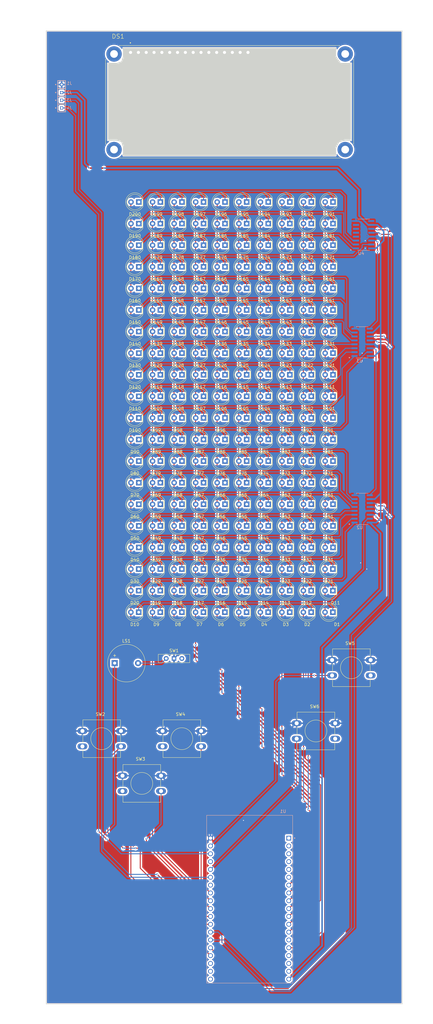
<source format=kicad_pcb>
(kicad_pcb (version 20240108) (generator "pcbnew") (generator_version "8.0")
  (layers (0 "F.Cu" signal) (31 "B.Cu" signal) (34 "B.Paste" user) (35 "F.Paste" user) (36 "B.SilkS" user "B.Silkscreen") (37 "F.SilkS" user "F.Silkscreen") (38 "B.Mask" user) (39 "F.Mask" user) (44 "Edge.Cuts" user))
  (net 0 "")
  (net 1 "/led 10 plus")
  (net 2 "Net-(D1-K)")
  (net 3 "/led 9 plus")
  (net 4 "/led 8 plus")
  (net 5 "/led 7 plus")
  (net 6 "/led 6 plus")
  (net 7 "/led 5 plus")
  (net 8 "/led 4 plus")
  (net 9 "/led 3 plus")
  (net 10 "/led 2 plus")
  (net 11 "/led 1 plus")
  (net 12 "Net-(D11-K)")
  (net 13 "Net-(D21-K)")
  (net 14 "Net-(D31-K)")
  (net 15 "Net-(D41-K)")
  (net 16 "Net-(D51-K)")
  (net 17 "Net-(D61-K)")
  (net 18 "Net-(D71-K)")
  (net 19 "Net-(D81-K)")
  (net 20 "Net-(D100-K)")
  (net 21 "Net-(D101-K)")
  (net 22 "Net-(D111-K)")
  (net 23 "Net-(D121-K)")
  (net 24 "Net-(D131-K)")
  (net 25 "Net-(D141-K)")
  (net 26 "Net-(D151-K)")
  (net 27 "Net-(D161-K)")
  (net 28 "Net-(D171-K)")
  (net 29 "Net-(D181-K)")
  (net 30 "Net-(D191-K)")
  (net 50 "GND")
  (net 51 "+5V")
  (net 52 "/sda")
  (net 53 "/scl")
  (net 54 "Net-(SW1-B)")
  (net 55 "/Speaker")
  (net 57 "/Left button")
  (net 58 "/Down button")
  (net 59 "/Right button")
  (net 60 "/Rotate button")
  (net 61 "/Pause button")
  (net 77 "/Latch 1")
  (net 78 "/Data 1")
  (net 79 "/Clock 1")
  (net 80 "Net-(U2-QH')")
  (net 81 "Net-(U3-QH')")
  (footprint "LED_THT:LED_D5.0mm" (layer "F.Cu") (at 86.04 114.5 180)
    (property "Reference" "D55")
    (property "Value" "LED")
  )
  (footprint "LED_THT:LED_D5.0mm" (layer "F.Cu") (at 79 23.5 180)
    (property "Reference" "D186")
    (property "Value" "LED")
  )
  (footprint "LED_THT:LED_D5.0mm" (layer "F.Cu") (at 114.04 128.5 180)
    (property "Reference" "D31")
    (property "Value" "LED")
  )
  (footprint "LED_THT:LED_D5.0mm" (layer "F.Cu") (at 65.04 114.5 180)
    (property "Reference" "D58")
    (property "Value" "LED")
  )
  (footprint "LED_THT:LED_D5.0mm" (layer "F.Cu") (at 51 149.5 180)
    (property "Reference" "D10")
    (property "Value" "LED")
  )
  (footprint "LED_THT:LED_D5.0mm" (layer "F.Cu") (at 72.04 65.5 180)
    (property "Reference" "D127")
    (property "Value" "LED")
  )
  (footprint "LED_THT:LED_D5.0mm" (layer "F.Cu") (at 107 65.5 180)
    (property "Reference" "D122")
    (property "Value" "LED")
  )
  (footprint "LED_THT:LED_D5.0mm" (layer "F.Cu") (at 51.04 58.5 180)
    (property "Reference" "D140")
    (property "Value" "LED")
  )
  (footprint "Button_Switch_THT:SW_PUSH-12mm" (layer "F.Cu") (at 102.25 185.5)
    (property "Reference" "SW6")
    (property "Value" "SW_Push")
  )
  (footprint "LED_THT:LED_D5.0mm" (layer "F.Cu") (at 107 121.5 180)
    (property "Reference" "D42")
    (property "Value" "LED")
  )
  (footprint "LED_THT:LED_D5.0mm" (layer "F.Cu") (at 86.04 79.5 180)
    (property "Reference" "D105")
    (property "Value" "LED")
  )
  (footprint "LED_THT:LED_D5.0mm" (layer "F.Cu") (at 79 58.5 180)
    (property "Reference" "D136")
    (property "Value" "LED")
  )
  (footprint "LED_THT:LED_D5.0mm" (layer "F.Cu") (at 65.04 23.5 180)
    (property "Reference" "D188")
    (property "Value" "LED")
  )
  (footprint "LED_THT:LED_D5.0mm" (layer "F.Cu") (at 93.04 86.5 180)
    (property "Reference" "D94")
    (property "Value" "LED")
  )
  (footprint "LED_THT:LED_D5.0mm" (layer "F.Cu") (at 79 114.5 180)
    (property "Reference" "D56")
    (property "Value" "LED")
  )
  (footprint "LED_THT:LED_D5.0mm" (layer "F.Cu") (at 86.04 65.5 180)
    (property "Reference" "D125")
    (property "Value" "LED")
  )
  (footprint "LED_THT:LED_D5.0mm" (layer "F.Cu") (at 65.04 51.5 180)
    (property "Reference" "D148")
    (property "Value" "LED")
  )
  (footprint "LED_THT:LED_D5.0mm" (layer "F.Cu") (at 86.04 72.5 180)
    (property "Reference" "D115")
    (property "Value" "LED")
  )
  (footprint "LED_THT:LED_D5.0mm" (layer "F.Cu") (at 86.04 100.5 180)
    (property "Reference" "D75")
    (property "Value" "LED")
  )
  (footprint "LED_THT:LED_D5.0mm" (layer "F.Cu") (at 58 135.5 180)
    (property "Reference" "D29")
    (property "Value" "LED")
  )
  (footprint "LED_THT:LED_D5.0mm" (layer "F.Cu") (at 65.04 79.5 180)
    (property "Reference" "D108")
    (property "Value" "LED")
  )
  (footprint "LED_THT:LED_D5.0mm" (layer "F.Cu") (at 114.04 100.5 180)
    (property "Reference" "D71")
    (property "Value" "LED")
  )
  (footprint "LED_THT:LED_D5.0mm" (layer "F.Cu") (at 58 149.5 180)
    (property "Reference" "D9")
    (property "Value" "LED")
  )
  (footprint "LED_THT:LED_D5.0mm" (layer "F.Cu") (at 72.04 58.5 180)
    (property "Reference" "D137")
    (property "Value" "LED")
  )
  (footprint "LED_THT:LED_D5.0mm" (layer "F.Cu") (at 51.04 30.5 180)
    (property "Reference" "D180")
    (property "Value" "LED")
  )
  (footprint "LED_THT:LED_D5.0mm" (layer "F.Cu") (at 93.04 16.5 180)
    (property "Reference" "D194")
    (property "Value" "LED")
  )
  (footprint "LED_THT:LED_D5.0mm" (layer "F.Cu") (at 65.04 65.5 180)
    (property "Reference" "D128")
    (property "Value" "LED")
  )
  (footprint "LED_THT:LED_D5.0mm" (layer "F.Cu") (at 58.04 44.5 180)
    (property "Reference" "D159")
    (property "Value" "LED")
  )
  (footprint "LED_THT:LED_D5.0mm" (layer "F.Cu") (at 107 100.5 180)
    (property "Reference" "D72")
    (property "Value" "LED")
  )
  (footprint "LED_THT:LED_D5.0mm" (layer "F.Cu") (at 100 135.5 180)
    (property "Reference" "D23")
    (property "Value" "LED")
  )
  (footprint "LED_THT:LED_D5.0mm" (layer "F.Cu") (at 86.04 86.5 180)
    (property "Reference" "D95")
    (property "Value" "LED")
  )
  (footprint "LED_THT:LED_D5.0mm" (layer "F.Cu") (at 65.04 107.5 180)
    (property "Reference" "D68")
    (property "Value" "LED")
  )
  (footprint "LED_THT:LED_D5.0mm" (layer "F.Cu") (at 114.04 121.5 180)
    (property "Reference" "D41")
    (property "Value" "LED")
  )
  (footprint "LED_THT:LED_D5.0mm" (layer "F.Cu") (at 107 107.5 180)
    (property "Reference" "D62")
    (property "Value" "LED")
  )
  (footprint "LED_THT:LED_D5.0mm" (layer "F.Cu") (at 51.04 37.5 180)
    (property "Reference" "D170")
    (property "Value" "LED")
  )
  (footprint "LED_THT:LED_D5.0mm" (layer "F.Cu") (at 51.04 65.5 180)
    (property "Reference" "D130")
    (property "Value" "LED")
  )
  (footprint "LED_THT:LED_D5.0mm" (layer "F.Cu") (at 65.04 30.5 180)
    (property "Reference" "D178")
    (property "Value" "LED")
  )
  (footprint "LED_THT:LED_D5.0mm" (layer "F.Cu") (at 93.04 107.5 180)
    (property "Reference" "D64")
    (property "Value" "LED")
  )
  (footprint "LED_THT:LED_D5.0mm" (layer "F.Cu") (at 65.04 93.5 180)
    (property "Reference" "D88")
    (property "Value" "LED")
  )
  (footprint "LED_THT:LED_D5.0mm" (layer "F.Cu") (at 58.04 107.5 180)
    (property "Reference" "D69")
    (property "Value" "LED")
  )
  (footprint "LED_THT:LED_D5.0mm" (layer "F.Cu") (at 65.04 128.5 180)
    (property "Reference" "D38")
    (property "Value" "LED")
  )
  (footprint "LED_THT:LED_D5.0mm" (layer "F.Cu") (at 72.04 79.5 180)
    (property "Reference" "D107")
    (property "Value" "LED")
  )
  (footprint "LED_THT:LED_D5.0mm" (layer "F.Cu") (at 107 23.5 180)
    (property "Reference" "D182")
    (property "Value" "LED")
  )
  (footprint "LED_THT:LED_D5.0mm" (layer "F.Cu") (at 114.04 16.5 180)
    (property "Reference" "D191")
    (property "Value" "LED")
  )
  (footprint "LED_THT:LED_D5.0mm" (layer "F.Cu") (at 51.04 51.5 180)
    (property "Reference" "D150")
    (property "Value" "LED")
  )
  (footprint "LED_THT:LED_D5.0mm" (layer "F.Cu") (at 79 93.5 180)
    (property "Reference" "D86")
    (property "Value" "LED")
  )
  (footprint "LED_THT:LED_D5.0mm" (layer "F.Cu") (at 51.04 121.5 180)
    (property "Reference" "D50")
    (property "Value" "LED")
  )
  (footprint "LED_THT:LED_D5.0mm" (layer "F.Cu") (at 93.04 128.5 180)
    (property "Reference" "D34")
    (property "Value" "LED")
  )
  (footprint "Button_Switch_THT:SW_PUSH-12mm" (layer "F.Cu") (at 32.75 188)
    (property "Reference" "SW2")
    (property "Value" "SW_Push")
  )
  (footprint "LED_THT:LED_D5.0mm" (layer "F.Cu") (at 78.96 135.5 180)
    (property "Reference" "D26")
    (property "Value" "LED")
  )
  (footprint "LED_THT:LED_D5.0mm" (layer "F.Cu") (at 58.04 100.5 180)
    (property "Reference" "D79")
    (property "Value" "LED")
  )
  (footprint "LED_THT:LED_D5.0mm" (layer "F.Cu") (at 86 135.5 180)
    (property "Reference" "D25")
    (property "Value" "LED")
  )
  (footprint "LED_THT:LED_D5.0mm" (layer "F.Cu") (at 93.04 93.5 180)
    (property "Reference" "D84")
    (property "Value" "LED")
  )
  (footprint "LED_THT:LED_D5.0mm" (layer "F.Cu") (at 51.04 86.5 180)
    (property "Reference" "D100")
    (property "Value" "LED")
  )
  (footprint "LED_THT:LED_D5.0mm" (layer "F.Cu") (at 114.04 51.5 180)
    (property "Reference" "D141")
    (property "Value" "LED")
  )
  (footprint "LED_THT:LED_D5.0mm" (layer "F.Cu") (at 86 142.5 180)
    (property "Reference" "D15")
    (property "Value" "LED")
  )
  (footprint "LED_THT:LED_D5.0mm" (layer "F.Cu") (at 65.04 100.5 180)
    (property "Reference" "D78")
    (property "Value" "LED")
  )
  (footprint "LED_THT:LED_D5.0mm" (layer "F.Cu") (at 114.04 79.5 180)
    (property "Reference" "D101")
    (property "Value" "LED")
  )
  (footprint "LED_THT:LED_D5.0mm" (layer "F.Cu") (at 72.04 121.5 180)
    (property "Reference" "D47")
    (property "Value" "LED")
  )
  (footprint "LED_THT:LED_D5.0mm" (layer "F.Cu") (at 114.04 58.5 180)
    (property "Reference" "D131")
    (property "Value" "LED")
  )
  (footprint "LED_THT:LED_D5.0mm" (layer "F.Cu") (at 107 93.5 180)
    (property "Reference" "D82")
    (property "Value" "LED")
  )
  (footprint "LED_THT:LED_D5.0mm" (layer "F.Cu") (at 51.04 93.5 180)
    (property "Reference" "D90")
    (property "Value" "LED")
  )
  (footprint "LED_THT:LED_D5.0mm" (layer "F.Cu") (at 100 142.5 180)
    (property "Reference" "D13")
    (property "Value" "LED")
  )
  (footprint "LED_THT:LED_D5.0mm" (layer "F.Cu") (at 86.04 16.5 180)
    (property "Reference" "D195")
    (property "Value" "LED")
  )
  (footprint "LED_THT:LED_D5.0mm" (layer "F.Cu") (at 107 51.5 180)
    (property "Reference" "D142")
    (property "Value" "LED")
  )
  (footprint "LED_THT:LED_D5.0mm" (layer "F.Cu") (at 72.04 51.5 180)
    (property "Reference" "D147")
    (property "Value" "LED")
  )
  (footprint "LED_THT:LED_D5.0mm" (layer "F.Cu") (at 51 135.5 180)
    (property "Reference" "D30")
    (property "Value" "LED")
  )
  (footprint "LED_THT:LED_D5.0mm" (layer "F.Cu") (at 100.04 107.5 180)
    (property "Reference" "D63")
    (property "Value" "LED")
  )
  (footprint "LED_THT:LED_D5.0mm" (layer "F.Cu") (at 107 79.5 180)
    (property "Reference" "D102")
    (property "Value" "LED")
  )
  (footprint "LED_THT:LED_D5.0mm" (layer "F.Cu") (at 72.04 37.5 180)
    (property "Reference" "D167")
    (property "Value" "LED")
  )
  (footprint "LED_THT:LED_D5.0mm" (layer "F.Cu") (at 100.04 37.5 180)
    (property "Reference" "D163")
    (property "Value" "LED")
  )
  (footprint "Button_Switch_THT:SW_Slide-03_Wuerth-WS-SLTV_10x2.5x6.4_P2.54mm" (layer "F.Cu") (at 62.46 164.5)
    (property "Reference" "SW1")
    (property "Value" "SW_SPDT")
  )
  (footprint "LED_THT:LED_D5.0mm" (layer "F.Cu") (at 58.04 93.5 180)
    (property "Reference" "D89")
    (property "Value" "LED")
  )
  (footprint "LED_THT:LED_D5.0mm" (layer "F.Cu") (at 79 121.5 180)
    (property "Reference" "D46")
    (property "Value" "LED")
  )
  (footprint "LED_THT:LED_D5.0mm" (layer "F.Cu") (at 65.04 86.5 180)
    (property "Reference" "D98")
    (property "Value" "LED")
  )
  (footprint "LED_THT:LED_D5.0mm" (layer "F.Cu") (at 72.04 16.5 180)
    (property "Reference" "D197")
    (property "Value" "LED")
  )
  (footprint "LED_THT:LED_D5.0mm" (layer "F.Cu") (at 114.04 107.5 180)
    (property "Reference" "D61")
    (property "Value" "LED")
  )
  (footprint "LED_THT:LED_D5.0mm" (layer "F.Cu") (at 65.04 121.5 180)
    (property "Reference" "D48")
    (property "Value" "LED")
  )
  (footprint "LED_THT:LED_D5.0mm" (layer "F.Cu") (at 79 37.5 180)
    (property "Reference" "D166")
    (property "Value" "LED")
  )
  (footprint "LED_THT:LED_D5.0mm" (layer "F.Cu") (at 93.04 65.5 180)
    (property "Reference" "D124")
    (property "Value" "LED")
  )
  (footprint "LED_THT:LED_D5.0mm" (layer "F.Cu") (at 107 37.5 180)
    (property "Reference" "D162")
    (property "Value" "LED")
  )
  (footprint "LED_THT:LED_D5.0mm" (layer "F.Cu") (at 51.04 100.5 180)
    (property "Reference" "D80")
    (property "Value" "LED")
  )
  (footprint "LED_THT:LED_D5.0mm" (layer "F.Cu") (at 100.04 114.5 180)
    (property "Reference" "D53")
    (property "Value" "LED")
  )
  (footprint "LED_THT:LED_D5.0mm" (layer "F.Cu") (at 58.04 30.5 180)
    (property "Reference" "D179")
    (property "Value" "LED")
  )
  (footprint "LED_THT:LED_D5.0mm" (layer "F.Cu") (at 65.04 58.5 180)
    (property "Reference" "D138")
    (property "Value" "LED")
  )
  (footprint "LED_THT:LED_D5.0mm" (layer "F.Cu") (at 51.04 107.5 180)
    (property "Reference" "D70")
    (property "Value" "LED")
  )
  (footprint "LED_THT:LED_D5.0mm" (layer "F.Cu") (at 93.04 37.5 180)
    (property "Reference" "D164")
    (property "Value" "LED")
  )
  (footprint "LED_THT:LED_D5.0mm" (layer "F.Cu") (at 79 128.5 180)
    (property "Reference" "D36")
    (property "Value" "LED")
  )
  (footprint "LED_THT:LED_D5.0mm" (layer "F.Cu") (at 72.04 44.5 180)
    (property "Reference" "D157")
    (property "Value" "LED")
  )
  (footprint "LED_THT:LED_D5.0mm" (layer "F.Cu") (at 58.04 86.5 180)
    (property "Reference" "D99")
    (property "Value" "LED")
  )
  (footprint "LED_THT:LED_D5.0mm" (layer "F.Cu") (at 58.04 128.5 180)
    (property "Reference" "D39")
    (property "Value" "LED")
  )
  (footprint "LED_THT:LED_D5.0mm" (layer "F.Cu") (at 72.04 23.5 180)
    (property "Reference" "D187")
    (property "Value" "LED")
  )
  (footprint "LED_THT:LED_D5.0mm" (layer "F.Cu") (at 100.04 72.5 180)
    (property "Reference" "D113")
    (property "Value" "LED")
  )
  (footprint "LED_THT:LED_D5.0mm" (layer "F.Cu") (at 114.04 93.5 180)
    (property "Reference" "D81")
    (property "Value" "LED")
  )
  (footprint "LED_THT:LED_D5.0mm" (layer "F.Cu") (at 72.04 93.5 180)
    (property "Reference" "D87")
    (property "Value" "LED")
  )
  (footprint "LED_THT:LED_D5.0mm" (layer "F.Cu") (at 79 107.5 180)
    (property "Reference" "D66")
    (property "Value" "LED")
  )
  (footprint "LED_THT:LED_D5.0mm" (layer "F.Cu") (at 107 44.5 180)
    (property "Reference" "D152")
    (property "Value" "LED")
  )
  (footprint "LED_THT:LED_D5.0mm" (layer "F.Cu") (at 100.04 93.5 180)
    (property "Reference" "D83")
    (property "Value" "LED")
  )
  (footprint "LED_THT:LED_D5.0mm" (layer "F.Cu") (at 79 16.5 180)
    (property "Reference" "D196")
    (property "Value" "LED")
  )
  (footprint "LED_THT:LED_D5.0mm" (layer "F.Cu") (at 100.04 30.5 180)
    (property "Reference" "D173")
    (property "Value" "LED")
  )
  (footprint "LED_THT:LED_D5.0mm" (layer "F.Cu") (at 65.04 72.5 180)
    (property "Reference" "D118")
    (property "Value" "LED")
  )
  (footprint "LED_THT:LED_D5.0mm" (layer "F.Cu") (at 86.04 44.5 180)
    (property "Reference" "D155")
    (property "Value" "LED")
  )
  (footprint "LED_THT:LED_D5.0mm" (layer "F.Cu") (at 72 142.5 180)
    (property "Reference" "D17")
    (property "Value" "LED")
  )
  (footprint "LED_THT:LED_D5.0mm" (layer "F.Cu") (at 72.04 128.5 180)
    (property "Reference" "D37")
    (property "Value" "LED")
  )
  (footprint "LED_THT:LED_D5.0mm" (layer "F.Cu") (at 93.04 23.5 180)
    (property "Reference" "D184")
    (property "Value" "LED")
  )
  (footprint "LED_THT:LED_D5.0mm" (layer "F.Cu") (at 86 149.5 180)
    (property "Reference" "D5")
    (property "Value" "LED")
  )
  (footprint "LED_THT:LED_D5.0mm" (layer "F.Cu") (at 93 149.5 180)
    (property "Reference" "D4")
    (property "Value" "LED")
  )
  (footprint "LED_THT:LED_D5.0mm" (layer "F.Cu") (at 86.04 37.5 180)
    (property "Reference" "D165")
    (property "Value" "LED")
  )
  (footprint "LED_THT:LED_D5.0mm" (layer "F.Cu") (at 93.04 30.5 180)
    (property "Reference" "D174")
    (property "Value" "LED")
  )
  (footprint "LED_THT:LED_D5.0mm" (layer "F.Cu") (at 93.04 51.5 180)
    (property "Reference" "D144")
    (property "Value" "LED")
  )
  (footprint "Buzzer_Beeper:Buzzer_12x9.5RM7.6" (layer "F.Cu") (at 43.2 166)
    (property "Reference" "LS1")
    (property "Value" "Speaker")
  )
  (footprint "LED_THT:LED_D5.0mm" (layer "F.Cu") (at 100.04 86.5 180)
    (property "Reference" "D93")
    (property "Value" "LED")
  )
  (footprint "LED_THT:LED_D5.0mm" (layer "F.Cu") (at 100.04 121.5 180)
    (property "Reference" "D43")
    (property "Value" "LED")
  )
  (footprint "LED_THT:LED_D5.0mm" (layer "F.Cu") (at 65.04 44.5 180)
    (property "Reference" "D158")
    (property "Value" "LED")
  )
  (footprint "LED_THT:LED_D5.0mm" (layer "F.Cu") (at 114.04 44.5 180)
    (property "Reference" "D151")
    (property "Value" "LED")
  )
  (footprint "LED_THT:LED_D5.0mm" (layer "F.Cu") (at 72.04 107.5 180)
    (property "Reference" "D67")
    (property "Value" "LED")
  )
  (footprint "LED_THT:LED_D5.0mm" (layer "F.Cu") (at 51.04 128.5 180)
    (property "Reference" "D40")
    (property "Value" "LED")
  )
  (footprint "LED_THT:LED_D5.0mm" (layer "F.Cu") (at 107 16.5 180)
    (property "Reference" "D192")
    (property "Value" "LED")
  )
  (footprint "LED_THT:LED_D5.0mm" (layer "F.Cu") (at 107 30.5 180)
    (property "Reference" "D172")
    (property "Value" "LED")
  )
  (footprint "LED_THT:LED_D5.0mm" (layer "F.Cu") (at 114 135.5 180)
    (property "Reference" "D21")
    (property "Value" "LED")
  )
  (footprint "LED_THT:LED_D5.0mm" (layer "F.Cu") (at 93.04 72.5 180)
    (property "Reference" "D114")
    (property "Value" "LED")
  )
  (footprint "LED_THT:LED_D5.0mm" (layer "F.Cu") (at 114.04 23.5 180)
    (property "Reference" "D181")
    (property "Value" "LED")
  )
  (footprint "LED_THT:LED_D5.0mm" (layer "F.Cu") (at 72.04 30.5 180)
    (property "Reference" "D177")
    (property "Value" "LED")
  )
  (footprint "LED_THT:LED_D5.0mm" (layer "F.Cu") (at 72.04 72.5 180)
    (property "Reference" "D117")
    (property "Value" "LED")
  )
  (footprint "LED_THT:LED_D5.0mm" (layer "F.Cu") (at 100.04 51.5 180)
    (property "Reference" "D143")
    (property "Value" "LED")
  )
  (footprint "LED_THT:LED_D5.0mm" (layer "F.Cu") (at 58.04 121.5 180)
    (property "Reference" "D49")
    (property "Value" "LED")
  )
  (footprint "LED_THT:LED_D5.0mm" (layer "F.Cu") (at 58 142.5 180)
    (property "Reference" "D19")
    (property "Value" "LED")
  )
  (footprint "LED_THT:LED_D5.0mm" (layer "F.Cu") (at 78.96 149.5 180)
    (property "Reference" "D6")
    (property "Value" "LED")
  )
  (footprint "LED_THT:LED_D5.0mm" (layer "F.Cu") (at 100.04 100.5 180)
    (property "Reference" "D73")
    (property "Value" "LED")
  )
  (footprint "LED_THT:LED_D5.0mm" (layer "F.Cu") (at 114.04 114.5 180)
    (property "Reference" "D51")
    (property "Value" "LED")
  )
  (footprint "LED_THT:LED_D5.0mm" (layer "F.Cu") (at 72 135.5 180)
    (property "Reference" "D27")
    (property "Value" "LED")
  )
  (footprint "LED_THT:LED_D5.0mm" (layer "F.Cu") (at 58.04 65.5 180)
    (property "Reference" "D129")
    (property "Value" "LED")
  )
  (footprint "LED_THT:LED_D5.0mm" (layer "F.Cu") (at 65 142.5 180)
    (property "Reference" "D18")
    (property "Value" "LED")
  )
  (footprint "LED_THT:LED_D5.0mm" (layer "F.Cu") (at 114.04 30.5 180)
    (property "Reference" "D171")
    (property "Value" "LED")
  )
  (footprint "LED_THT:LED_D5.0mm" (layer "F.Cu") (at 58.04 72.5 180)
    (property "Reference" "D119")
    (property "Value" "LED")
  )
  (footprint "LED_THT:LED_D5.0mm" (layer "F.Cu") (at 78.96 142.5 180)
    (property "Reference" "D16")
    (property "Value" "LED")
  )
  (footprint "LED_THT:LED_D5.0mm" (layer "F.Cu") (at 72.04 86.5 180)
    (property "Reference" "D97")
    (property "Value" "LED")
  )
  (footprint "LED_THT:LED_D5.0mm" (layer "F.Cu") (at 93.04 79.5 180)
    (property "Reference" "D104")
    (property "Value" "LED")
  )
  (footprint "LED_THT:LED_D5.0mm" (layer "F.Cu") (at 106.96 149.5 180)
    (property "Reference" "D2")
    (property "Value" "LED")
  )
  (footprint "lcd1602a:LCD_RC1602B-BIW-CSV" (layer "F.Cu") (at 80.5 -16)
    (property "Reference" "DS1")
    (property "Value" "RC1602B-BIW-CSV")
  )
  (footprint "LED_THT:LED_D5.0mm" (layer "F.Cu") (at 51.04 79.5 180)
    (property "Reference" "D110")
    (property "Value" "LED")
  )
  (footprint "LED_THT:LED_D5.0mm" (layer "F.Cu") (at 79 65.5 180)
    (property "Reference" "D126")
    (property "Value" "LED")
  )
  (footprint "LED_THT:LED_D5.0mm" (layer "F.Cu") (at 58.04 37.5 180)
    (property "Reference" "D169")
    (property "Value" "LED")
  )
  (footprint "LED_THT:LED_D5.0mm" (layer "F.Cu") (at 100.04 44.5 180)
    (property "Reference" "D153")
    (property "Value" "LED")
  )
  (footprint "LED_THT:LED_D5.0mm" (layer "F.Cu") (at 107 58.5 180)
    (property "Reference" "D132")
    (property "Value" "LED")
  )
  (footprint "LED_THT:LED_D5.0mm" (layer "F.Cu") (at 79 30.5 180)
    (property "Reference" "D176")
    (property "Value" "LED")
  )
  (footprint "LED_THT:LED_D5.0mm" (layer "F.Cu") (at 51.04 16.5 180)
    (property "Reference" "D200")
    (property "Value" "LED")
  )
  (footprint "LED_THT:LED_D5.0mm" (layer "F.Cu") (at 93.04 114.5 180)
    (property "Reference" "D54")
    (property "Value" "LED")
  )
  (footprint "LED_THT:LED_D5.0mm" (layer "F.Cu") (at 51 142.5 180)
    (property "Reference" "D20")
    (property "Value" "LED")
  )
  (footprint "LED_THT:LED_D5.0mm" (layer "F.Cu") (at 58.04 23.5 180)
    (property "Reference" "D189")
    (property "Value" "LED")
  )
  (footprint "LED_THT:LED_D5.0mm" (layer "F.Cu") (at 79 100.5 180)
    (property "Reference" "D76")
    (property "Value" "LED")
  )
  (footprint "LED_THT:LED_D5.0mm" (layer "F.Cu") (at 114.04 37.5 180)
    (property "Reference" "D161")
    (property "Value" "LED")
  )
  (footprint "LED_THT:LED_D5.0mm" (layer "F.Cu") (at 65 149.5 180)
    (property "Reference" "D8")
    (property "Value" "LED")
  )
  (footprint "LED_THT:LED_D5.0mm" (layer "F.Cu") (at 93 135.5 180)
    (property "Reference" "D24")
    (property "Value" "LED")
  )
  (footprint "LED_THT:LED_D5.0mm" (layer "F.Cu") (at 58.04 114.5 180)
    (property "Reference" "D59")
    (property "Value" "LED")
  )
  (footprint "Button_Switch_THT:SW_PUSH-12mm" (layer "F.Cu") (at 58.75 188)
    (property "Reference" "SW4")
    (property "Value" "SW_Push")
  )
  (footprint "LED_THT:LED_D5.0mm" (layer "F.Cu") (at 100.04 16.5 180)
    (property "Reference" "D193")
    (property "Value" "LED")
  )
  (footprint "LED_THT:LED_D5.0mm" (layer "F.Cu") (at 107 128.5 180)
    (property "Reference" "D32")
    (property "Value" "LED")
  )
  (footprint "LED_THT:LED_D5.0mm" (layer "F.Cu") (at 86.04 121.5 180)
    (property "Reference" "D45")
    (property "Value" "LED")
  )
  (footprint "LED_THT:LED_D5.0mm" (layer "F.Cu") (at 65.04 16.5 180)
    (property "Reference" "D198")
    (property "Value" "LED")
  )
  (footprint "LED_THT:LED_D5.0mm" (layer "F.Cu") (at 86.04 107.5 180)
    (property "Reference" "D65")
    (property "Value" "LED")
  )
  (footprint "LED_THT:LED_D5.0mm" (layer "F.Cu") (at 106.96 135.5 180)
    (property "Reference" "D22")
    (property "Value" "LED")
  )
  (footprint "LED_THT:LED_D5.0mm" (layer "F.Cu") (at 79 79.5 180)
    (property "Reference" "D106")
    (property "Value" "LED")
  )
  (footprint "LED_THT:LED_D5.0mm" (layer "F.Cu") (at 86.04 58.5 180)
    (property "Reference" "D135")
    (property "Value" "LED")
  )
  (footprint "LED_THT:LED_D5.0mm" (layer "F.Cu") (at 86.04 30.5 180)
    (property "Reference" "D175")
    (property "Value" "LED")
  )
  (footprint "LED_THT:LED_D5.0mm" (layer "F.Cu") (at 114.04 65.5 180)
    (property "Reference" "D121")
    (property "Value" "LED")
  )
  (footprint "LED_THT:LED_D5.0mm" (layer "F.Cu") (at 79 44.5 180)
    (property "Reference" "D156")
    (property "Value" "LED")
  )
  (footprint "LED_THT:LED_D5.0mm" (layer "F.Cu") (at 107 86.5 180)
    (property "Reference" "D92")
    (property "Value" "LED")
  )
  (footprint "LED_THT:LED_D5.0mm" (layer "F.Cu") (at 51.04 23.5 180)
    (property "Reference" "D190")
    (property "Value" "LED")
  )
  (footprint "LED_THT:LED_D5.0mm" (layer "F.Cu") (at 100.04 23.5 180)
    (property "Reference" "D183")
    (property "Value" "LED")
  )
  (footprint "LED_THT:LED_D5.0mm" (layer "F.Cu") (at 58.04 79.5 180)
    (property "Reference" "D109")
    (property "Value" "LED")
  )
  (footprint "LED_THT:LED_D5.0mm" (layer "F.Cu") (at 72.04 100.5 180)
    (property "Reference" "D77")
    (property "Value" "LED")
  )
  (footprint "LED_THT:LED_D5.0mm" (layer "F.Cu") (at 86.04 128.5 180)
    (property "Reference" "D35")
    (property "Value" "LED")
  )
  (footprint "LED_THT:LED_D5.0mm" (layer "F.Cu") (at 72.04 114.5 180)
    (property "Reference" "D57")
    (property "Value" "LED")
  )
  (footprint "LED_THT:LED_D5.0mm" (layer "F.Cu") (at 107 72.5 180)
    (property "Reference" "D112")
    (property "Value" "LED")
  )
  (footprint "LED_THT:LED_D5.0mm" (layer "F.Cu") (at 100.04 58.5 180)
    (property "Reference" "D133")
    (property "Value" "LED")
  )
  (footprint "LED_THT:LED_D5.0mm" (layer "F.Cu") (at 58.04 58.5 180)
    (property "Reference" "D139")
    (property "Value" "LED")
  )
  (footprint "LED_THT:LED_D5.0mm" (layer "F.Cu") (at 100.04 65.5 180)
    (property "Reference" "D123")
    (property "Value" "LED")
  )
  (footprint "Button_Switch_THT:SW_PUSH-12mm" (layer "F.Cu") (at 45.75 202.5)
    (property "Reference" "SW3")
    (property "Value" "SW_Push")
  )
  (footprint "LED_THT:LED_D5.0mm" (layer "F.Cu") (at 106.96 142.5 180)
    (property "Reference" "D12")
    (property "Value" "LED")
  )
  (footprint "LED_THT:LED_D5.0mm" (layer "F.Cu") (at 79 72.5 180)
    (property "Reference" "D116")
    (property "Value" "LED")
  )
  (footprint "LED_THT:LED_D5.0mm" (layer "F.Cu") (at 72 149.5 180)
    (property "Reference" "D7")
    (property "Value" "LED")
  )
  (footprint "LED_THT:LED_D5.0mm" (layer "F.Cu") (at 93.04 100.5 180)
    (property "Reference" "D74")
    (property "Value" "LED")
  )
  (footprint "LED_THT:LED_D5.0mm" (layer "F.Cu") (at 100 149.5 180)
    (property "Reference" "D3")
    (property "Value" "LED")
  )
  (footprint "LED_THT:LED_D5.0mm" (layer "F.Cu") (at 86.04 51.5 180)
    (property "Reference" "D145")
    (property "Value" "LED")
  )
  (footprint "LED_THT:LED_D5.0mm" (layer "F.Cu") (at 93.04 44.5 180)
    (property "Reference" "D154")
    (property "Value" "LED")
  )
  (footprint "LED_THT:LED_D5.0mm" (layer "F.Cu") (at 93 142.5 180)
    (property "Reference" "D14")
    (property "Value" "LED")
  )
  (footprint "LED_THT:LED_D5.0mm" (layer "F.Cu") (at 114 149.5 180)
    (property "Reference" "D1")
    (property "Value" "LED")
  )
  (footprint "LED_THT:LED_D5.0mm" (layer "F.Cu") (at 100.04 79.5 180)
    (property "Reference" "D103")
    (property "Value" "LED")
  )
  (footprint "LED_THT:LED_D5.0mm" (layer "F.Cu") (at 114.04 72.5 180)
    (property "Reference" "D111")
    (property "Value" "LED")
  )
  (footprint "LED_THT:LED_D5.0mm" (layer "F.Cu") (at 51.04 72.5 180)
    (property "Reference" "D120")
    (property "Value" "LED")
  )
  (footprint "LED_THT:LED_D5.0mm" (layer "F.Cu") (at 86.04 23.5 180)
    (property "Reference" "D185")
    (property "Value" "LED")
  )
  (footprint "LED_THT:LED_D5.0mm" (layer "F.Cu") (at 114 142.5 180)
    (property "Reference" "D11")
    (property "Value" "LED")
  )
  (footprint "Button_Switch_THT:SW_PUSH-12mm" (layer "F.Cu") (at 113.75 165)
    (property "Reference" "SW5")
    (property "Value" "SW_Push")
  )
  (footprint "LED_THT:LED_D5.0mm" (layer "F.Cu") (at 51.04 114.5 180)
    (property "Reference" "D60")
    (property "Value" "LED")
  )
  (footprint "LED_THT:LED_D5.0mm" (layer "F.Cu") (at 93.04 121.5 180)
    (property "Reference" "D44")
    (property "Value" "LED")
  )
  (footprint "LED_THT:LED_D5.0mm" (layer "F.Cu") (at 100.04 128.5 180)
    (property "Reference" "D33")
    (property "Value" "LED")
  )
  (footprint "LED_THT:LED_D5.0mm" (layer "F.Cu") (at 58.04 16.5 180)
    (property "Reference" "D199")
    (property "Value" "LED")
  )
  (footprint "LED_THT:LED_D5.0mm" (layer "F.Cu") (at 107 114.5 180)
    (property "Reference" "D52")
    (property "Value" "LED")
  )
  (footprint "LED_THT:LED_D5.0mm" (layer "F.Cu") (at 79 51.5 180)
    (property "Reference" "D146")
    (property "Value" "LED")
  )
  (footprint "LED_THT:LED_D5.0mm" (layer "F.Cu") (at 93.04 58.5 180)
    (property "Reference" "D134")
    (property "Value" "LED")
  )
  (footprint "LED_THT:LED_D5.0mm" (layer "F.Cu") (at 65.04 37.5 180)
    (property "Reference" "D168")
    (property "Value" "LED")
  )
  (footprint "LED_THT:LED_D5.0mm" (layer "F.Cu") (at 79 86.5 180)
    (property "Reference" "D96")
    (property "Value" "LED")
  )
  (footprint "LED_THT:LED_D5.0mm" (layer "F.Cu") (at 51.04 44.5 180)
    (property "Reference" "D160")
    (property "Value" "LED")
  )
  (footprint "LED_THT:LED_D5.0mm" (layer "F.Cu") (at 65 135.5 180)
    (property "Reference" "D28")
    (property "Value" "LED")
  )
  (footprint "LED_THT:LED_D5.0mm" (layer "F.Cu") (at 58.04 51.5 180)
    (property "Reference" "D149")
    (property "Value" "LED")
  )
  (footprint "LED_THT:LED_D5.0mm" (layer "F.Cu") (at 114.04 86.5 180)
    (property "Reference" "D91")
    (property "Value" "LED")
  )
  (footprint "LED_THT:LED_D5.0mm" (layer "F.Cu") (at 86.04 93.5 180)
    (property "Reference" "D85")
    (property "Value" "LED")
  )
  (footprint "1pin:SAMTEC_SS-101-S-22" (layer "B.Cu") (at 26 -19 180)
    (property "Reference" "J2")
    (property "Value" "SS-101-S-22")
  )
  (footprint "1pin:SAMTEC_SS-101-S-22" (layer "B.Cu") (at 26 -16.5 180)
    (property "Reference" "J3")
    (property "Value" "SS-101-S-22")
  )
  (footprint "sn74hc595:SOIC127P600X175-16N" (layer "B.Cu") (at 123.5 62)
    (property "Reference" "U3")
    (property "Value" "74HC594")
  )
  (footprint "sn74hc595:SOIC127P600X175-16N" (layer "B.Cu") (at 123.5 116)
    (property "Reference" "U2")
    (property "Value" "74HC594")
  )
  (footprint "sn74hc595:SOIC127P600X175-16N" (layer "B.Cu") (at 123.975 27.095)
    (property "Reference" "U4")
    (property "Value" "74HC594" (hide yes))
  )
  (footprint "32D:MODULE_ESP32-DEVKITC-32D" (layer "B.Cu") (at 87 242.5 180)
    (property "Reference" "U1")
    (property "Value" "ESP32-DEVKITC-32D")
  )
  (footprint "1pin:SAMTEC_SS-101-S-22" (layer "B.Cu") (at 26 -14 180)
    (property "Reference" "J4")
    (property "Value" "SS-101-S-22")
  )
  (footprint "1pin:SAMTEC_SS-101-S-22" (layer "B.Cu") (at 26 -21.59 180)
    (property "Reference" "J1")
    (property "Value" "SS-101-S-22")
  )
  (gr_rect (start 21 -39) (end 136.5 276.5) (stroke (width 0.2)) (fill none) (layer "Edge.Cuts"))
  (gr_poly (pts (xy 114.96 -33.5) (xy 114.96 -30.75) (xy 116.46 -28.5) (xy 119.96 -28.5) (xy 119.96 -3.5) (xy 117.96 -3.5) (xy 115.96 -3) (xy 114.96 -1) (xy 114.96 1.5) (xy 45.96 1.5) (xy 45.96 -1.5) (xy 45.46 -3) (xy 43.96 -3.5) (xy 40.96 -3.5) (xy 40.96 -28.5) (xy 43.96 -28.5) (xy 45.46 -29) (xy 45.96 -30.5) (xy 45.96 -33.5) (xy 46.96 -33.5)) (stroke (width 0.2)) (fill solid) (layer "Edge.Cuts"))
  (segment (start 106 196.5) (end 106 161) (width 0.3) (layer "F.Cu") (net 1))
  (segment (start 111.5 114.5) (end 111.5 107.5) (width 0.3) (layer "F.Cu") (net 1))
  (segment (start 111.5 79.5) (end 111.5 16.5) (width 0.3) (layer "F.Cu") (net 1))
  (segment (start 111.5 107.5) (end 111.5 79.5) (width 0.3) (layer "F.Cu") (net 1))
  (segment (start 111.5 121.5) (end 111.5 114.5) (width 0.3) (layer "F.Cu") (net 1))
  (segment (start 106 161) (end 111.5 155.5) (width 0.3) (layer "F.Cu") (net 1))
  (segment (start 111.46 142.5) (end 111.46 135.5) (width 0.3) (layer "F.Cu") (net 1))
  (segment (start 111.46 155.46) (end 111.46 149.5) (width 0.3) (layer "F.Cu") (net 1))
  (segment (start 111.46 149.5) (end 111.46 142.5) (width 0.3) (layer "F.Cu") (net 1))
  (segment (start 107 230.68) (end 99.7 237.98) (width 0.3) (layer "F.Cu") (net 1))
  (segment (start 111.46 128.54) (end 111.5 128.5) (width 0.3) (layer "F.Cu") (net 1))
  (segment (start 111.5 128.5) (end 111.5 121.5) (width 0.3) (layer "F.Cu") (net 1))
  (segment (start 111.5 155.5) (end 111.46 155.46) (width 0.3) (layer "F.Cu") (net 1))
  (segment (start 107 214.5) (end 107 230.68) (width 0.3) (layer "F.Cu") (net 1))
  (segment (start 106 213.5) (end 107 214.5) (width 0.3) (layer "F.Cu") (net 1))
  (segment (start 111.46 135.5) (end 111.46 128.54) (width 0.3) (layer "F.Cu") (net 1))
  (via (at 106 196.5) (size 0.6) (drill 0.3) (layers "F.Cu" "B.Cu") (net 1))
  (via (at 106 213.5) (size 0.6) (drill 0.3) (layers "F.Cu" "B.Cu") (net 1))
  (segment (start 106 196.5) (end 106 213.5) (width 0.3) (layer "B.Cu") (net 1))
  (segment (start 125.325 119.175) (end 125.975 119.175) (width 0.3) (layer "B.Cu") (net 2))
  (segment (start 78.96 149.5) (end 78.96 147.96) (width 0.3) (layer "B.Cu") (net 2))
  (segment (start 70.5 146.5) (end 63.5 146.5) (width 0.3) (layer "B.Cu") (net 2))
  (segment (start 113 146.5) (end 124 135.5) (width 0.3) (layer "B.Cu") (net 2))
  (segment (start 78.96 147.96) (end 77.5 146.5) (width 0.3) (layer "B.Cu") (net 2))
  (segment (start 86 148) (end 84.5 146.5) (width 0.3) (layer "B.Cu") (net 2))
  (segment (start 93 149.5) (end 93 148) (width 0.3) (layer "B.Cu") (net 2))
  (segment (start 65 149.5) (end 65 148) (width 0.3) (layer "B.Cu") (net 2))
  (segment (start 72 149.5) (end 72 148) (width 0.3) (layer "B.Cu") (net 2))
  (segment (start 106.96 149.5) (end 106.96 147.96) (width 0.3) (layer "B.Cu") (net 2))
  (segment (start 58 149.5) (end 58 147.5) (width 0.3) (layer "B.Cu") (net 2))
  (segment (start 114 149.5) (end 114 148) (width 0.3) (layer "B.Cu") (net 2))
  (segment (start 100 149.5) (end 100 148) (width 0.3) (layer "B.Cu") (net 2))
  (segment (start 114 148) (end 112.5 146.5) (width 0.3) (layer "B.Cu") (net 2))
  (segment (start 57 146.5) (end 52.5 146.5) (width 0.3) (layer "B.Cu") (net 2))
  (segment (start 65 148) (end 63.5 146.5) (width 0.3) (layer "B.Cu") (net 2))
  (segment (start 106.96 147.96) (end 105.5 146.5) (width 0.3) (layer "B.Cu") (net 2))
  (segment (start 105.5 146.5) (end 98.5 146.5) (width 0.3) (layer "B.Cu") (net 2))
  (segment (start 124 135.5) (end 124 120.5) (width 0.3) (layer "B.Cu") (net 2))
  (segment (start 51 148) (end 52.5 146.5) (width 0.3) (layer "B.Cu") (net 2))
  (segment (start 93 148) (end 91.5 146.5) (width 0.3) (layer "B.Cu") (net 2))
  (segment (start 91.5 146.5) (end 84.5 146.5) (width 0.3) (layer "B.Cu") (net 2))
  (segment (start 100 148) (end 98.5 146.5) (width 0.3) (layer "B.Cu") (net 2))
  (segment (start 112.5 146.5) (end 113 146.5) (width 0.3) (layer "B.Cu") (net 2))
  (segment (start 77.5 146.5) (end 70.5 146.5) (width 0.3) (layer "B.Cu") (net 2))
  (segment (start 84.5 146.5) (end 77.5 146.5) (width 0.3) (layer "B.Cu") (net 2))
  (segment (start 86 149.5) (end 86 148) (width 0.3) (layer "B.Cu") (net 2))
  (segment (start 58 147.5) (end 57 146.5) (width 0.3) (layer "B.Cu") (net 2))
  (segment (start 124 120.5) (end 125.325 119.175) (width 0.3) (layer "B.Cu") (net 2))
  (segment (start 51 149.5) (end 51 148) (width 0.3) (layer "B.Cu") (net 2))
  (segment (start 63.5 146.5) (end 57 146.5) (width 0.3) (layer "B.Cu") (net 2))
  (segment (start 72 148) (end 70.5 146.5) (width 0.3) (layer "B.Cu") (net 2))
  (segment (start 112.5 146.5) (end 105.5 146.5) (width 0.3) (layer "B.Cu") (net 2))
  (segment (start 98.5 146.5) (end 91.5 146.5) (width 0.3) (layer "B.Cu") (net 2))
  (segment (start 104.5 210.5) (end 107.5 213.5) (width 0.3) (layer "F.Cu") (net 3))
  (segment (start 104.5 193.5) (end 104.42 193.42) (width 0.3) (layer "F.Cu") (net 3))
  (segment (start 107.5 213.5) (end 107.5 232.72) (width 0.3) (layer "F.Cu") (net 3))
  (segment (start 104.42 155.42) (end 104.5 193.5) (width 0.3) (layer "F.Cu") (net 3))
  (segment (start 104.42 149.5) (end 104.42 16.54) (width 0.3) (layer "F.Cu") (net 3))
  (segment (start 104.42 149.5) (end 104.42 155.42) (width 0.3) (layer "F.Cu") (net 3))
  (segment (start 107.5 232.72) (end 99.7 240.52) (width 0.3) (layer "F.Cu") (net 3))
  (segment (start 104.42 16.54) (end 104.46 16.5) (width 0.3) (layer "F.Cu") (net 3))
  (via (at 104.5 210.5) (size 0.6) (drill 0.3) (layers "F.Cu" "B.Cu") (net 3))
  (via (at 104.5 193.5) (size 0.6) (drill 0.3) (layers "F.Cu" "B.Cu") (net 3))
  (segment (start 104.5 193.5) (end 104.5 210.5) (width 0.3) (layer "B.Cu") (net 3))
  (segment (start 108 234.76) (end 99.7 243.06) (width 0.3) (layer "F.Cu") (net 4))
  (segment (start 97.5 202) (end 108 212.5) (width 0.3) (layer "F.Cu") (net 4))
  (segment (start 97.46 16.54) (end 97.5 16.5) (width 0.3) (layer "F.Cu") (net 4))
  (segment (start 97.46 149.5) (end 97.46 16.54) (width 0.3) (layer "F.Cu") (net 4))
  (segment (start 97.46 186.96) (end 97.5 187) (width 0.3) (layer "F.Cu") (net 4))
  (segment (start 97.46 149.5) (end 97.46 186.96) (width 0.3) (layer "F.Cu") (net 4))
  (segment (start 108 212.5) (end 108 234.76) (width 0.3) (layer "F.Cu") (net 4))
  (via (at 97.5 187) (size 0.6) (drill 0.3) (layers "F.Cu" "B.Cu") (net 4))
  (via (at 97.5 202) (size 0.6) (drill 0.3) (layers "F.Cu" "B.Cu") (net 4))
  (segment (start 97.5 202) (end 97.5 187) (width 0.3) (layer "B.Cu") (net 4))
  (segment (start 90.46 149.5) (end 90.46 16.54) (width 0.3) (layer "F.Cu") (net 5))
  (segment (start 90.46 180.46) (end 91 181) (width 0.3) (layer "F.Cu") (net 5))
  (segment (start 90.46 16.54) (end 90.5 16.5) (width 0.3) (layer "F.Cu") (net 5))
  (segment (start 108.5 210.5) (end 108.5 236.8) (width 0.3) (layer "F.Cu") (net 5))
  (segment (start 90.46 149.5) (end 90.46 180.46) (width 0.3) (layer "F.Cu") (net 5))
  (segment (start 108.5 236.8) (end 99.7 245.6) (width 0.3) (layer "F.Cu") (net 5))
  (segment (start 91 193) (end 108.5 210.5) (width 0.3) (layer "F.Cu") (net 5))
  (via (at 91 193) (size 0.6) (drill 0.3) (layers "F.Cu" "B.Cu") (net 5))
  (via (at 91 181) (size 0.6) (drill 0.3) (layers "F.Cu" "B.Cu") (net 5))
  (segment (start 91 181) (end 91 193) (width 0.3) (layer "B.Cu") (net 5))
  (segment (start 83.46 149.5) (end 83.46 25.46) (width 0.3) (layer "F.Cu") (net 6))
  (segment (start 83.46 25.46) (end 83.5 25.42) (width 0.3) (layer "F.Cu") (net 6))
  (segment (start 83.5 25.42) (end 83.5 16.5) (width 0.3) (layer "F.Cu") (net 6))
  (segment (start 109 238.84) (end 99.7 248.14) (width 0.3) (layer "F.Cu") (net 6))
  (segment (start 83.46 149.5) (end 83.46 154.96) (width 0.3) (layer "F.Cu") (net 6))
  (segment (start 83.5 155) (end 83.5 174) (width 0.3) (layer "F.Cu") (net 6))
  (segment (start 83.5 183.5) (end 109 209) (width 0.3) (layer "F.Cu") (net 6))
  (segment (start 109 209) (end 109 238.84) (width 0.3) (layer "F.Cu") (net 6))
  (segment (start 83.46 154.96) (end 83.5 155) (width 0.3) (layer "F.Cu") (net 6))
  (via (at 83.5 183.5) (size 0.6) (drill 0.3) (layers "F.Cu" "B.Cu") (net 6))
  (via (at 83.5 174) (size 0.6) (drill 0.3) (layers "F.Cu" "B.Cu") (net 6))
  (segment (start 83.5 174) (end 83.5 183.5) (width 0.3) (layer "B.Cu") (net 6))
  (segment (start 76.42 166.92) (end 78 168.5) (width 0.3) (layer "F.Cu") (net 7))
  (segment (start 76.42 149.5) (end 76.42 154.5) (width 0.3) (layer "F.Cu") (net 7))
  (segment (start 78 175.5) (end 109.5 207) (width 0.3) (layer "F.Cu") (net 7))
  (segment (start 76.42 149.5) (end 76.42 30.58) (width 0.3) (layer "F.Cu") (net 7))
  (segment (start 76.46 30.54) (end 76.46 16.5) (width 0.3) (layer "F.Cu") (net 7))
  (segment (start 109.5 240.88) (end 99.7 250.68) (width 0.3) (layer "F.Cu") (net 7))
  (segment (start 109.5 207) (end 109.5 240.88) (width 0.3) (layer "F.Cu") (net 7))
  (segment (start 76.42 154.5) (end 76.42 166.92) (width 0.3) (layer "F.Cu") (net 7))
  (segment (start 76.42 30.58) (end 76.46 30.54) (width 0.3) (layer "F.Cu") (net 7))
  (via (at 78 168.5) (size 0.6) (drill 0.3) (layers "F.Cu" "B.Cu") (net 7))
  (via (at 78 175.5) (size 0.6) (drill 0.3) (layers "F.Cu" "B.Cu") (net 7))
  (segment (start 78 168.5) (end 78 175.5) (width 0.3) (layer "B.Cu") (net 7))
  (segment (start 69.46 16.54) (end 69.5 16.5) (width 0.3) (layer "F.Cu") (net 8))
  (segment (start 69.5 165) (end 110 205.5) (width 0.3) (layer "F.Cu") (net 8))
  (segment (start 110 242.92) (end 99.7 253.22) (width 0.3) (layer "F.Cu") (net 8))
  (segment (start 110 205.5) (end 110 242.92) (width 0.3) (layer "F.Cu") (net 8))
  (segment (start 69.46 149.5) (end 69.46 16.54) (width 0.3) (layer "F.Cu") (net 8))
  (segment (start 69.46 154.96) (end 69.46 159.96) (width 0.3) (layer "F.Cu") (net 8))
  (segment (start 69.46 159.96) (end 69.5 160) (width 0.3) (layer "F.Cu") (net 8))
  (segment (start 69.46 149.5) (end 69.46 154.96) (width 0.3) (layer "F.Cu") (net 8))
  (via (at 69.5 160) (size 0.6) (drill 0.3) (layers "F.Cu" "B.Cu") (net 8))
  (via (at 69.5 165) (size 0.6) (drill 0.3) (layers "F.Cu" "B.Cu") (net 8))
  (segment (start 69.5 160) (end 69.5 165) (width 0.3) (layer "B.Cu") (net 8))
  (segment (start 62.46 23.58) (end 62.5 23.54) (width 0.3) (layer "F.Cu") (net 9))
  (segment (start 62.46 155.46) (end 110.5 203.5) (width 0.3) (layer "F.Cu") (net 9))
  (segment (start 62.46 149.5) (end 62.46 155.46) (width 0.3) (layer "F.Cu") (net 9))
  (segment (start 110.5 253) (end 105.2 258.3) (width 0.3) (layer "F.Cu") (net 9))
  (segment (start 105.2 258.3) (end 99.7 258.3) (width 0.3) (layer "F.Cu") (net 9))
  (segment (start 62.46 149.5) (end 62.46 23.58) (width 0.3) (layer "F.Cu") (net 9))
  (segment (start 110.5 203.5) (end 110.5 253) (width 0.3) (layer "F.Cu") (net 9))
  (segment (start 62.5 23.54) (end 62.5 16.5) (width 0.3) (layer "F.Cu") (net 9))
  (segment (start 55.46 149.5) (end 55.46 224.22) (width 0.3) (layer "F.Cu") (net 10))
  (segment (start 55.46 224.22) (end 74.3 243.06) (width 0.3) (layer "F.Cu") (net 10))
  (segment (start 55.46 149.5) (end 55.46 16.54) (width 0.3) (layer "F.Cu") (net 10))
  (segment (start 55.46 16.54) (end 55.5 16.5) (width 0.3) (layer "F.Cu") (net 10))
  (segment (start 48.46 149.5) (end 48.46 16.54) (width 0.3) (layer "F.Cu") (net 11))
  (segment (start 48.46 235) (end 74.3 260.84) (width 0.3) (layer "F.Cu") (net 11))
  (segment (start 48.46 16.54) (end 48.5 16.5) (width 0.3) (layer "F.Cu") (net 11))
  (segment (start 48.46 149.5) (end 48.46 235) (width 0.3) (layer "F.Cu") (net 11))
  (segment (start 118 138) (end 118 123.47) (width 0.3) (layer "B.Cu") (net 12))
  (segment (start 58 142.5) (end 58 140.5) (width 0.3) (layer "B.Cu") (net 12))
  (segment (start 70.5 139) (end 77.5 139) (width 0.3) (layer "B.Cu") (net 12))
  (segment (start 78.96 140.46) (end 77.5 139) (width 0.3) (layer "B.Cu") (net 12))
  (segment (start 86 140.5) (end 84.5 139) (width 0.3) (layer "B.Cu") (net 12))
  (segment (start 98.5 139) (end 105 139) (width 0.3) (layer "B.Cu") (net 12))
  (segment (start 63.5 139) (end 70.5 139) (width 0.3) (layer "B.Cu") (net 12))
  (segment (start 56.5 139) (end 63.5 139) (width 0.3) (layer "B.Cu") (net 12))
  (segment (start 106.96 140.46) (end 105.5 139) (width 0.3) (layer "B.Cu") (net 12))
  (segment (start 51 142.5) (end 54.5 139) (width 0.3) (layer "B.Cu") (net 12))
  (segment (start 118 123.47) (end 121.025 120.445) (width 0.3) (layer "B.Cu") (net 12))
  (segment (start 97.5 139) (end 98.5 139) (width 0.3) (layer "B.Cu") (net 12))
  (segment (start 72 142.5) (end 72 140.5) (width 0.3) (layer "B.Cu") (net 12))
  (segment (start 86 142.5) (end 86 140.5) (width 0.3) (layer "B.Cu") (net 12))
  (segment (start 112.5 139) (end 117 139) (width 0.3) (layer "B.Cu") (net 12))
  (segment (start 91 139) (end 91.5 139) (width 0.3) (layer "B.Cu") (net 12))
  (segment (start 77.5 139) (end 84.5 139) (width 0.3) (layer "B.Cu") (net 12))
  (segment (start 93 140.5) (end 93 142.5) (width 0.3) (layer "B.Cu") (net 12))
  (segment (start 93 140.5) (end 91.5 139) (width 0.3) (layer "B.Cu") (net 12))
  (segment (start 65 142.5) (end 65 140.5) (width 0.3) (layer "B.Cu") (net 12))
  (segment (start 65 140.5) (end 63.5 139) (width 0.3) (layer "B.Cu") (net 12))
  (segment (start 117 139) (end 118 138) (width 0.3) (layer "B.Cu") (net 12))
  (segment (start 105 139) (end 105.5 139) (width 0.3) (layer "B.Cu") (net 12))
  (segment (start 84.5 139) (end 91 139) (width 0.3) (layer "B.Cu") (net 12))
  (segment (start 54.5 139) (end 56.5 139) (width 0.3) (layer "B.Cu") (net 12))
  (segment (start 58 140.5) (end 56.5 139) (width 0.3) (layer "B.Cu") (net 12))
  (segment (start 106.96 142.5) (end 106.96 140.46) (width 0.3) (layer "B.Cu") (net 12))
  (segment (start 78.96 142.5) (end 78.96 140.46) (width 0.3) (layer "B.Cu") (net 12))
  (segment (start 105.5 139) (end 112.5 139) (width 0.3) (layer "B.Cu") (net 12))
  (segment (start 114 140.5) (end 112.5 139) (width 0.3) (layer "B.Cu") (net 12))
  (segment (start 100 142.5) (end 100 140.5) (width 0.3) (layer "B.Cu") (net 12))
  (segment (start 114 142.5) (end 114 140.5) (width 0.3) (layer "B.Cu") (net 12))
  (segment (start 72 140.5) (end 70.5 139) (width 0.3) (layer "B.Cu") (net 12))
  (segment (start 91.5 139) (end 97.5 139) (width 0.3) (layer "B.Cu") (net 12))
  (segment (start 100 140.5) (end 98.5 139) (width 0.3) (layer "B.Cu") (net 12))
  (segment (start 51 135.5) (end 54.5 132) (width 0.3) (layer "B.Cu") (net 13))
  (segment (start 72 135.5) (end 72 133.5) (width 0.3) (layer "B.Cu") (net 13))
  (segment (start 65 135.5) (end 65 133.5) (width 0.3) (layer "B.Cu") (net 13))
  (segment (start 105.5 132) (end 112.5 132) (width 0.3) (layer "B.Cu") (net 13))
  (segment (start 56.5 132) (end 63.5 132) (width 0.3) (layer "B.Cu") (net 13))
  (segment (start 91.5 132) (end 98.5 132) (width 0.3) (layer "B.Cu") (net 13))
  (segment (start 117 131) (end 117 122.215001) (width 0.3) (layer "B.Cu") (net 13))
  (segment (start 120.040001 119.175) (end 121.025 119.175) (width 0.3) (layer "B.Cu") (net 13))
  (segment (start 100 135.5) (end 100 133.5) (width 0.3) (layer "B.Cu") (net 13))
  (segment (start 70.5 132) (end 77.5 132) (width 0.3) (layer "B.Cu") (net 13))
  (segment (start 117 122.215001) (end 120.040001 119.175) (width 0.3) (layer "B.Cu") (net 13))
  (segment (start 54.5 132) (end 56.5 132) (width 0.3) (layer "B.Cu") (net 13))
  (segment (start 93 133.5) (end 91.5 132) (width 0.3) (layer "B.Cu") (net 13))
  (segment (start 106.96 133.46) (end 105.5 132) (width 0.3) (layer "B.Cu") (net 13))
  (segment (start 114 135.5) (end 114 133.5) (width 0.3) (layer "B.Cu") (net 13))
  (segment (start 77.5 132) (end 84.5 132) (width 0.3) (layer "B.Cu") (net 13))
  (segment (start 98.5 132) (end 105.5 132) (width 0.3) (layer "B.Cu") (net 13))
  (segment (start 72 133.5) (end 70.5 132) (width 0.3) (layer "B.Cu") (net 13))
  (segment (start 86 135.5) (end 86 133.5) (width 0.3) (layer "B.Cu") (net 13))
  (segment (start 65 133.5) (end 63.5 132) (width 0.3) (layer "B.Cu") (net 13))
  (segment (start 58 133.5) (end 56.5 132) (width 0.3) (layer "B.Cu") (net 13))
  (segment (start 114 133.5) (end 112.5 132) (width 0.3) (layer "B.Cu") (net 13))
  (segment (start 106.96 135.5) (end 106.96 133.46) (width 0.3) (layer "B.Cu") (net 13))
  (segment (start 93 135.5) (end 93 133.5) (width 0.3) (layer "B.Cu") (net 13))
  (segment (start 58 135.5) (end 58 133.5) (width 0.3) (layer "B.Cu") (net 13))
  (segment (start 100 133.5) (end 98.5 132) (width 0.3) (layer "B.Cu") (net 13))
  (segment (start 116 132) (end 117 131) (width 0.3) (layer "B.Cu") (net 13))
  (segment (start 84.5 132) (end 91.5 132) (width 0.3) (layer "B.Cu") (net 13))
  (segment (start 78.96 133.46) (end 77.5 132) (width 0.3) (layer "B.Cu") (net 13))
  (segment (start 63.5 132) (end 70.5 132) (width 0.3) (layer "B.Cu") (net 13))
  (segment (start 86 133.5) (end 84.5 132) (width 0.3) (layer "B.Cu") (net 13))
  (segment (start 112.5 132) (end 116 132) (width 0.3) (layer "B.Cu") (net 13))
  (segment (start 78.96 135.5) (end 78.96 133.46) (width 0.3) (layer "B.Cu") (net 13))
  (segment (start 79 128.5) (end 79 126.5) (width 0.3) (layer "B.Cu") (net 14))
  (segment (start 54.54 125) (end 56.5 125) (width 0.3) (layer "B.Cu") (net 14))
  (segment (start 93.04 126.54) (end 91.5 125) (width 0.3) (layer "B.Cu") (net 14))
  (segment (start 107 126.5) (end 105.5 125) (width 0.3) (layer "B.Cu") (net 14))
  (segment (start 112.5 125) (end 116 125) (width 0.3) (layer "B.Cu") (net 14))
  (segment (start 116.5 124.5) (end 116.5 119.5) (width 0.3) (layer "B.Cu") (net 14))
  (segment (start 65.04 128.5) (end 65.04 126.54) (width 0.3) (layer "B.Cu") (net 14))
  (segment (start 72.04 126.54) (end 70.5 125) (width 0.3) (layer "B.Cu") (net 14))
  (segment (start 114.04 128.5) (end 114.04 126.54) (width 0.3) (layer "B.Cu") (net 14))
  (segment (start 91.5 125) (end 98.5 125) (width 0.3) (layer "B.Cu") (net 14))
  (segment (start 72.04 128.5) (end 72.04 126.54) (width 0.3) (layer "B.Cu") (net 14))
  (segment (start 58.04 128.5) (end 58.04 126.54) (width 0.3) (layer "B.Cu") (net 14))
  (segment (start 58.04 126.54) (end 56.5 125) (width 0.3) (layer "B.Cu") (net 14))
  (segment (start 70.5 125) (end 77.5 125) (width 0.3) (layer "B.Cu") (net 14))
  (segment (start 105.5 125) (end 112.5 125) (width 0.3) (layer "B.Cu") (net 14))
  (segment (start 56.5 125) (end 63.5 125) (width 0.3) (layer "B.Cu") (net 14))
  (segment (start 107 128.5) (end 107 126.5) (width 0.3) (layer "B.Cu") (net 14))
  (segment (start 100.04 126.54) (end 98.5 125) (width 0.3) (layer "B.Cu") (net 14))
  (segment (start 98.5 125) (end 105.5 125) (width 0.3) (layer "B.Cu") (net 14))
  (segment (start 116.5 119.5) (end 118.095 117.905) (width 0.3) (layer "B.Cu") (net 14))
  (segment (start 118.095 117.905) (end 121.025 117.905) (width 0.3) (layer "B.Cu") (net 14))
  (segment (start 86.04 128.5) (end 86.04 126.54) (width 0.3) (layer "B.Cu") (net 14))
  (segment (start 116 125) (end 116.5 124.5) (width 0.3) (layer "B.Cu") (net 14))
  (segment (start 93.04 128.5) (end 93.04 126.54) (width 0.3) (layer "B.Cu") (net 14))
  (segment (start 84.5 125) (end 91.5 125) (width 0.3) (layer "B.Cu") (net 14))
  (segment (start 63.5 125) (end 70.5 125) (width 0.3) (layer "B.Cu") (net 14))
  (segment (start 77.5 125) (end 84.5 125) (width 0.3) (layer "B.Cu") (net 14))
  (segment (start 79 126.5) (end 77.5 125) (width 0.3) (layer "B.Cu") (net 14))
  (segment (start 51.04 128.5) (end 54.54 125) (width 0.3) (layer "B.Cu") (net 14))
  (segment (start 86.04 126.54) (end 84.5 125) (width 0.3) (layer "B.Cu") (net 14))
  (segment (start 114.04 126.54) (end 112.5 125) (width 0.3) (layer "B.Cu") (net 14))
  (segment (start 100.04 128.5) (end 100.04 126.54) (width 0.3) (layer "B.Cu") (net 14))
  (segment (start 65.04 126.54) (end 63.5 125) (width 0.3) (layer "B.Cu") (net 14))
  (segment (start 114.04 121.5) (end 114.04 119.54) (width 0.3) (layer "B.Cu") (net 15))
  (segment (start 100.04 121.5) (end 100.04 119.54) (width 0.3) (layer "B.Cu") (net 15))
  (segment (start 77.5 118) (end 84.5 118) (width 0.3) (layer "B.Cu") (net 15))
  (segment (start 70.5 118) (end 77.5 118) (width 0.3) (layer "B.Cu") (net 15))
  (segment (start 63.5 118) (end 70.5 118) (width 0.3) (layer "B.Cu") (net 15))
  (segment (start 93.04 121.5) (end 93.04 119.54) (width 0.3) (layer "B.Cu") (net 15))
  (segment (start 100.04 119.54) (end 98.5 118) (width 0.3) (layer "B.Cu") (net 15))
  (segment (start 86.04 119.54) (end 84.5 118) (width 0.3) (layer "B.Cu") (net 15))
  (segment (start 56.5 118) (end 63.5 118) (width 0.3) (layer "B.Cu") (net 15))
  (segment (start 79 119.5) (end 77.5 118) (width 0.3) (layer "B.Cu") (net 15))
  (segment (start 72.04 121.5) (end 72.04 119.54) (width 0.3) (layer "B.Cu") (net 15))
  (segment (start 93.04 119.54) (end 91.5 118) (width 0.3) (layer "B.Cu") (net 15))
  (segment (start 117.865 116.635) (end 121.025 116.635) (width 0.3) (layer "B.Cu") (net 15))
  (segment (start 51.04 121.5) (end 54.54 118) (width 0.3) (layer "B.Cu") (net 15))
  (segment (start 114.04 119.54) (end 112.5 118) (width 0.3) (layer "B.Cu") (net 15))
  (segment (start 105.5 118) (end 112.5 118) (width 0.3) (layer "B.Cu") (net 15))
  (segment (start 86.04 121.5) (end 86.04 119.54) (width 0.3) (layer "B.Cu") (net 15))
  (segment (start 54.54 118) (end 56.5 118) (width 0.3) (layer "B.Cu") (net 15))
  (segment (start 98.5 118) (end 105.5 118) (width 0.3) (layer "B.Cu") (net 15))
  (segment (start 79 121.5) (end 79 119.5) (width 0.3) (layer "B.Cu") (net 15))
  (segment (start 91.5 118) (end 98.5 118) (width 0.3) (layer "B.Cu") (net 15))
  (segment (start 58.04 121.5) (end 58.04 119.54) (width 0.3) (layer "B.Cu") (net 15))
  (segment (start 65.04 119.54) (end 63.5 118) (width 0.3) (layer "B.Cu") (net 15))
  (segment (start 84.5 118) (end 91.5 118) (width 0.3) (layer "B.Cu") (net 15))
  (segment (start 72.04 119.54) (end 70.5 118) (width 0.3) (layer "B.Cu") (net 15))
  (segment (start 107 121.5) (end 107 119.5) (width 0.3) (layer "B.Cu") (net 15))
  (segment (start 65.04 121.5) (end 65.04 119.54) (width 0.3) (layer "B.Cu") (net 15))
  (segment (start 58.04 119.54) (end 56.5 118) (width 0.3) (layer "B.Cu") (net 15))
  (segment (start 112.5 118) (end 116.5 118) (width 0.3) (layer "B.Cu") (net 15))
  (segment (start 107 119.5) (end 105.5 118) (width 0.3) (layer "B.Cu") (net 15))
  (segment (start 116.5 118) (end 117.865 116.635) (width 0.3) (layer "B.Cu") (net 15))
  (segment (start 72.04 114.5) (end 72.04 112.54) (width 0.3) (layer "B.Cu") (net 16))
  (segment (start 79 112.5) (end 77.5 111) (width 0.3) (layer "B.Cu") (net 16))
  (segment (start 65.04 114.5) (end 65.04 112.54) (width 0.3) (layer "B.Cu") (net 16))
  (segment (start 100.04 114.5) (end 100.04 112.54) (width 0.3) (layer "B.Cu") (net 16))
  (segment (start 58.04 112.54) (end 56.5 111) (width 0.3) (layer "B.Cu") (net 16))
  (segment (start 116 111) (end 120.365 115.365) (width 0.3) (layer "B.Cu") (net 16))
  (segment (start 56.5 111) (end 63.5 111) (width 0.3) (layer "B.Cu") (net 16))
  (segment (start 114.04 114.5) (end 114.04 112.54) (width 0.3) (layer "B.Cu") (net 16))
  (segment (start 70.5 111) (end 77.5 111) (width 0.3) (layer "B.Cu") (net 16))
  (segment (start 86.04 112.54) (end 84.5 111) (width 0.3) (layer "B.Cu") (net 16))
  (segment (start 93.04 114.5) (end 93.04 112.54) (width 0.3) (layer "B.Cu") (net 16))
  (segment (start 100.04 112.54) (end 98.5 111) (width 0.3) (layer "B.Cu") (net 16))
  (segment (start 114.04 112.54) (end 112.5 111) (width 0.3) (layer "B.Cu") (net 16))
  (segment (start 63.5 111) (end 70.5 111) (width 0.3) (layer "B.Cu") (net 16))
  (segment (start 79 114.5) (end 79 112.5) (width 0.3) (layer "B.Cu") (net 16))
  (segment (start 65.04 112.54) (end 63.5 111) (width 0.3) (layer "B.Cu") (net 16))
  (segment (start 77.5 111) (end 84.5 111) (width 0.3) (layer "B.Cu") (net 16))
  (segment (start 72.04 112.54) (end 70.5 111) (width 0.3) (layer "B.Cu") (net 16))
  (segment (start 58.04 114.5) (end 58.04 112.54) (width 0.3) (layer "B.Cu") (net 16))
  (segment (start 105.5 111) (end 112.5 111) (width 0.3) (layer "B.Cu") (net 16))
  (segment (start 107 114.5) (end 107 112.5) (width 0.3) (layer "B.Cu") (net 16))
  (segment (start 91.5 111) (end 98.5 111) (width 0.3) (layer "B.Cu") (net 16))
  (segment (start 93.04 112.54) (end 91.5 111) (width 0.3) (layer "B.Cu") (net 16))
  (segment (start 98.5 111) (end 105.5 111) (width 0.3) (layer "B.Cu") (net 16))
  (segment (start 112.5 111) (end 116 111) (width 0.3) (layer "B.Cu") (net 16))
  (segment (start 120.365 115.365) (end 121.025 115.365) (width 0.3) (layer "B.Cu") (net 16))
  (segment (start 51.04 114.5) (end 54.54 111) (width 0.3) (layer "B.Cu") (net 16))
  (segment (start 54.54 111) (end 56.5 111) (width 0.3) (layer "B.Cu") (net 16))
  (segment (start 86.04 114.5) (end 86.04 112.54) (width 0.3) (layer "B.Cu") (net 16))
  (segment (start 84.5 111) (end 91.5 111) (width 0.3) (layer "B.Cu") (net 16))
  (segment (start 107 112.5) (end 105.5 111) (width 0.3) (layer "B.Cu") (net 16))
  (segment (start 63.5 104) (end 70.5 104) (width 0.3) (layer "B.Cu") (net 17))
  (segment (start 65.04 107.5) (end 65.04 105.54) (width 0.3) (layer "B.Cu") (net 17))
  (segment (start 72.04 107.5) (end 72.04 105.54) (width 0.3) (layer "B.Cu") (net 17))
  (segment (start 58.04 105.54) (end 56.5 104) (width 0.3) (layer "B.Cu") (net 17))
  (segment (start 86.04 107.5) (end 86.04 105.54) (width 0.3) (layer "B.Cu") (net 17))
  (segment (start 84.5 104) (end 91.5 104) (width 0.3) (layer "B.Cu") (net 17))
  (segment (start 105.5 104) (end 112.5 104) (width 0.3) (layer "B.Cu") (net 17))
  (segment (start 93.04 105.54) (end 91.5 104) (width 0.3) (layer "B.Cu") (net 17))
  (segment (start 107 105.5) (end 105.5 104) (width 0.3) (layer "B.Cu") (net 17))
  (segment (start 79 105.5) (end 77.5 104) (width 0.3) (layer "B.Cu") (net 17))
  (segment (start 58.04 107.5) (end 58.04 105.54) (width 0.3) (layer "B.Cu") (net 17))
  (segment (start 70.5 104) (end 77.5 104) (width 0.3) (layer "B.Cu") (net 17))
  (segment (start 65.04 105.54) (end 63.5 104) (width 0.3) (layer "B.Cu") (net 17))
  (segment (start 100.04 105.54) (end 98.5 104) (width 0.3) (layer "B.Cu") (net 17))
  (segment (start 100.04 107.5) (end 100.04 105.54) (width 0.3) (layer "B.Cu") (net 17))
  (segment (start 120.55688 114.095) (end 121.025 114.095) (width 0.3) (layer "B.Cu") (net 17))
  (segment (start 114.04 107.5) (end 114.04 105.54) (width 0.3) (layer "B.Cu") (net 17))
  (segment (start 86.04 105.54) (end 84.5 104) (width 0.3) (layer "B.Cu") (net 17))
  (segment (start 72.04 105.54) (end 70.5 104) (width 0.3) (layer "B.Cu") (net 17))
  (segment (start 51.04 107.5) (end 54.54 104) (width 0.3) (layer "B.Cu") (net 17))
  (segment (start 56.5 104) (end 63.5 104) (width 0.3) (layer "B.Cu") (net 17))
  (segment (start 112.5 104) (end 115.5 104) (width 0.3) (layer "B.Cu") (net 17))
  (segment (start 93.04 107.5) (end 93.04 105.54) (width 0.3) (layer "B.Cu") (net 17))
  (segment (start 98.5 104) (end 105.5 104) (width 0.3) (layer "B.Cu") (net 17))
  (segment (start 54.54 104) (end 56.5 104) (width 0.3) (layer "B.Cu") (net 17))
  (segment (start 91.5 104) (end 98.5 104) (width 0.3) (layer "B.Cu") (net 17))
  (segment (start 114.04 105.54) (end 112.5 104) (width 0.3) (layer "B.Cu") (net 17))
  (segment (start 107 107.5) (end 107 105.5) (width 0.3) (layer "B.Cu") (net 17))
  (segment (start 79 107.5) (end 79 105.5) (width 0.3) (layer "B.Cu") (net 17))
  (segment (start 116.5 110.03812) (end 120.55688 114.095) (width 0.3) (layer "B.Cu") (net 17))
  (segment (start 115.5 104) (end 116.5 105) (width 0.3) (layer "B.Cu") (net 17))
  (segment (start 77.5 104) (end 84.5 104) (width 0.3) (layer "B.Cu") (net 17))
  (segment (start 116.5 105) (end 116.5 110.03812) (width 0.3) (layer "B.Cu") (net 17))
  (segment (start 120.325 112.825) (end 121.025 112.825) (width 0.3) (layer "B.Cu") (net 18))
  (segment (start 56.5 97) (end 63.5 97) (width 0.3) (layer "B.Cu") (net 18))
  (segment (start 72.04 98.54) (end 70.5 97) (width 0.3) (layer "B.Cu") (net 18))
  (segment (start 98.5 97) (end 105.5 97) (width 0.3) (layer "B.Cu") (net 18))
  (segment (start 118.5 98) (end 118.5 111) (width 0.3) (layer "B.Cu") (net 18))
  (segment (start 70.5 97) (end 77.5 97) (width 0.3) (layer "B.Cu") (net 18))
  (segment (start 72.04 100.5) (end 72.04 98.54) (width 0.3) (layer "B.Cu") (net 18))
  (segment (start 86.04 98.54) (end 84.5 97) (width 0.3) (layer "B.Cu") (net 18))
  (segment (start 79 100.5) (end 79 98.5) (width 0.3) (layer "B.Cu") (net 18))
  (segment (start 107 100.5) (end 107 98.5) (width 0.3) (layer "B.Cu") (net 18))
  (segment (start 105.5 97) (end 112 97) (width 0.3) (layer "B.Cu") (net 18))
  (segment (start 93.04 100.5) (end 93.04 98.54) (width 0.3) (layer "B.Cu") (net 18))
  (segment (start 100.04 98.54) (end 98.5 97) (width 0.3) (layer "B.Cu") (net 18))
  (segment (start 65.04 100.5) (end 65.04 98.54) (width 0.3) (layer "B.Cu") (net 18))
  (segment (start 58.04 100.5) (end 58.04 98.54) (width 0.3) (layer "B.Cu") (net 18))
  (segment (start 107 98.5) (end 105.5 97) (width 0.3) (layer "B.Cu") (net 18))
  (segment (start 51.04 100.5) (end 54.54 97) (width 0.3) (layer "B.Cu") (net 18))
  (segment (start 91.5 97) (end 98.5 97) (width 0.3) (layer "B.Cu") (net 18))
  (segment (start 65.04 98.54) (end 63.5 97) (width 0.3) (layer "B.Cu") (net 18))
  (segment (start 100.04 100.5) (end 100.04 98.54) (width 0.3) (layer "B.Cu") (net 18))
  (segment (start 112 97) (end 117.5 97) (width 0.3) (layer "B.Cu") (net 18))
  (segment (start 54.54 97) (end 56.5 97) (width 0.3) (layer "B.Cu") (net 18))
  (segment (start 93.04 98.54) (end 91.5 97) (width 0.3) (layer "B.Cu") (net 18))
  (segment (start 118.5 111) (end 120.325 112.825) (width 0.3) (layer "B.Cu") (net 18))
  (segment (start 84.5 97) (end 91.5 97) (width 0.3) (layer "B.Cu") (net 18))
  (segment (start 114.04 100.5) (end 114.04 99.04) (width 0.3) (layer "B.Cu") (net 18))
  (segment (start 117.5 97) (end 118.5 98) (width 0.3) (layer "B.Cu") (net 18))
  (segment (start 114.04 99.04) (end 112 97) (width 0.3) (layer "B.Cu") (net 18))
  (segment (start 79 98.5) (end 77.5 97) (width 0.3) (layer "B.Cu") (net 18))
  (segment (start 86.04 100.5) (end 86.04 98.54) (width 0.3) (layer "B.Cu") (net 18))
  (segment (start 77.5 97) (end 84.5 97) (width 0.3) (layer "B.Cu") (net 18))
  (segment (start 58.04 98.54) (end 56.5 97) (width 0.3) (layer "B.Cu") (net 18))
  (segment (start 63.5 97) (end 70.5 97) (width 0.3) (layer "B.Cu") (net 18))
  (segment (start 51.04 93.5) (end 54.54 90) (width 0.3) (layer "B.Cu") (net 19))
  (segment (start 58.04 91.54) (end 56.5 90) (width 0.3) (layer "B.Cu") (net 19))
  (segment (start 93.04 93.5) (end 93.04 91.54) (width 0.3) (layer "B.Cu") (net 19))
  (segment (start 116.5 90) (end 118.5 88) (width 0.3) (layer "B.Cu") (net 19))
  (segment (start 93.04 91.54) (end 91.5 90) (width 0.3) (layer "B.Cu") (net 19))
  (segment (start 79 91.5) (end 77.5 90) (width 0.3) (layer "B.Cu") (net 19))
  (segment (start 79 93.5) (end 79 91.5) (width 0.3) (layer "B.Cu") (net 19))
  (segment (start 124.990001 65.175) (end 125.975 65.175) (width 0.3) (layer "B.Cu") (net 19))
  (segment (start 114.04 91.54) (end 112.5 90) (width 0.3) (layer "B.Cu") (net 19))
  (segment (start 112.5 90) (end 116.5 90) (width 0.3) (layer "B.Cu") (net 19))
  (segment (start 72.04 93.5) (end 72.04 91.54) (width 0.3) (layer "B.Cu") (net 19))
  (segment (start 65.04 93.5) (end 65.04 91.54) (width 0.3) (layer "B.Cu") (net 19))
  (segment (start 70.5 90) (end 77.5 90) (width 0.3) (layer "B.Cu") (net 19))
  (segment (start 118.5 88) (end 118.5 71.665001) (width 0.3) (layer "B.Cu") (net 19))
  (segment (start 100.04 91.54) (end 98.5 90) (width 0.3) (layer "B.Cu") (net 19))
  (segment (start 84.5 90) (end 91.5 90) (width 0.3) (layer "B.Cu") (net 19))
  (segment (start 65.04 91.54) (end 63.5 90) (width 0.3) (layer "B.Cu") (net 19))
  (segment (start 98.5 90) (end 105.5 90) (width 0.3) (layer "B.Cu") (net 19))
  (segment (start 86.04 93.5) (end 86.04 91.54) (width 0.3) (layer "B.Cu") (net 19))
  (segment (start 118.5 71.665001) (end 124.990001 65.175) (width 0.3) (layer "B.Cu") (net 19))
  (segment (start 105.5 90) (end 112.5 90) (width 0.3) (layer "B.Cu") (net 19))
  (segment (start 86.04 91.54) (end 84.5 90) (width 0.3) (layer "B.Cu") (net 19))
  (segment (start 91.5 90) (end 98.5 90) (width 0.3) (layer "B.Cu") (net 19))
  (segment (start 107 91.5) (end 105.5 90) (width 0.3) (layer "B.Cu") (net 19))
  (segment (start 63.5 90) (end 70.5 90) (width 0.3) (layer "B.Cu") (net 19))
  (segment (start 72.04 91.54) (end 70.5 90) (width 0.3) (layer "B.Cu") (net 19))
  (segment (start 100.04 93.5) (end 100.04 91.54) (width 0.3) (layer "B.Cu") (net 19))
  (segment (start 107 93.5) (end 107 91.5) (width 0.3) (layer "B.Cu") (net 19))
  (segment (start 77.5 90) (end 84.5 90) (width 0.3) (layer "B.Cu") (net 19))
  (segment (start 56.5 90) (end 63.5 90) (width 0.3) (layer "B.Cu") (net 19))
  (segment (start 58.04 93.5) (end 58.04 91.54) (width 0.3) (layer "B.Cu") (net 19))
  (segment (start 114.04 93.5) (end 114.04 91.54) (width 0.3) (layer "B.Cu") (net 19))
  (segment (start 54.54 90) (end 56.5 90) (width 0.3) (layer "B.Cu") (net 19))
  (segment (start 93.04 84.54) (end 91.5 83) (width 0.3) (layer "B.Cu") (net 20))
  (segment (start 113.04 83) (end 117 79.04) (width 0.3) (layer "B.Cu") (net 20))
  (segment (start 114.04 86.5) (end 114.04 84.54) (width 0.3) (layer "B.Cu") (net 20))
  (segment (start 117 79.04) (end 117 70.47) (width 0.3) (layer "B.Cu") (net 20))
  (segment (start 70.5 83) (end 77.5 83) (width 0.3) (layer "B.Cu") (net 20))
  (segment (start 86.04 86.5) (end 86.04 84.54) (width 0.3) (layer "B.Cu") (net 20))
  (segment (start 79 86.5) (end 79 84.5) (width 0.3) (layer "B.Cu") (net 20))
  (segment (start 91.5 83) (end 98.5 83) (width 0.3) (layer "B.Cu") (net 20))
  (segment (start 107 84.5) (end 105.5 83) (width 0.3) (layer "B.Cu") (net 20))
  (segment (start 56.5 83) (end 63.5 83) (width 0.3) (layer "B.Cu") (net 20))
  (segment (start 51.04 86.5) (end 54.54 83) (width 0.3) (layer "B.Cu") (net 20))
  (segment (start 65.04 84.54) (end 63.5 83) (width 0.3) (layer "B.Cu") (net 20))
  (segment (start 54.54 83) (end 56.5 83) (width 0.3) (layer "B.Cu") (net 20))
  (segment (start 100.04 86.5) (end 100.04 84.54) (width 0.3) (layer "B.Cu") (net 20))
  (segment (start 58.04 86.5) (end 58.04 84.54) (width 0.3) (layer "B.Cu") (net 20))
  (segment (start 77.5 83) (end 84.5 83) (width 0.3) (layer "B.Cu") (net 20))
  (segment (start 79 84.5) (end 77.5 83) (width 0.3) (layer "B.Cu") (net 20))
  (segment (start 117 70.47) (end 121.025 66.445) (width 0.3) (layer "B.Cu") (net 20))
  (segment (start 107 86.5) (end 107 84.5) (width 0.3) (layer "B.Cu") (net 20))
  (segment (start 58.04 84.54) (end 56.5 83) (width 0.3) (layer "B.Cu") (net 20))
  (segment (start 112 83) (end 113.04 83) (width 0.3) (layer "B.Cu") (net 20))
  (segment (start 93.04 86.5) (end 93.04 84.54) (width 0.3) (layer "B.Cu") (net 20))
  (segment (start 72.04 86.5) (end 72.04 84.54) (width 0.3) (layer "B.Cu") (net 20))
  (segment (start 72.04 84.54) (end 70.5 83) (width 0.3) (layer "B.Cu") (net 20))
  (segment (start 86.04 84.54) (end 84.5 83) (width 0.3) (layer "B.Cu") (net 20))
  (segment (start 112 83) (end 112.5 83) (width 0.3) (layer "B.Cu") (net 20))
  (segment (start 84.5 83) (end 91.5 83) (width 0.3) (layer "B.Cu") (net 20))
  (segment (start 98.5 83) (end 105.5 83) (width 0.3) (layer "B.Cu") (net 20))
  (segment (start 105.5 83) (end 112 83) (width 0.3) (layer "B.Cu") (net 20))
  (segment (start 65.04 86.5) (end 65.04 84.54) (width 0.3) (layer "B.Cu") (net 20))
  (segment (start 63.5 83) (end 70.5 83) (width 0.3) (layer "B.Cu") (net 20))
  (segment (start 100.04 84.54) (end 98.5 83) (width 0.3) (layer "B.Cu") (net 20))
  (segment (start 114.04 84.54) (end 112.5 83) (width 0.3) (layer "B.Cu") (net 20))
  (segment (start 100.04 77.54) (end 98.5 76) (width 0.3) (layer "B.Cu") (net 21))
  (segment (start 79 77.5) (end 77.5 76) (width 0.3) (layer "B.Cu") (net 21))
  (segment (start 116.5 72.54) (end 116.5 67) (width 0.3) (layer "B.Cu") (net 21))
  (segment (start 51.04 79.5) (end 54.54 76) (width 0.3) (layer "B.Cu") (net 21))
  (segment (start 86.04 77.54) (end 84.5 76) (width 0.3) (layer "B.Cu") (net 21))
  (segment (start 84.5 76) (end 91.5 76) (width 0.3) (layer "B.Cu") (net 21))
  (segment (start 72.04 79.5) (end 72.04 77.54) (width 0.3) (layer "B.Cu") (net 21))
  (segment (start 93.04 79.5) (end 93.04 77.54) (width 0.3) (layer "B.Cu") (net 21))
  (segment (start 77.5 76) (end 84.5 76) (width 0.3) (layer "B.Cu") (net 21))
  (segment (start 113.04 76) (end 116.5 72.54) (width 0.3) (layer "B.Cu") (net 21))
  (segment (start 72.04 77.54) (end 70.5 76) (width 0.3) (layer "B.Cu") (net 21))
  (segment (start 54.54 76) (end 56.5 76) (width 0.3) (layer "B.Cu") (net 21))
  (segment (start 112.5 76) (end 113.04 76) (width 0.3) (layer "B.Cu") (net 21))
  (segment (start 91.5 76) (end 98.5 76) (width 0.3) (layer "B.Cu") (net 21))
  (segment (start 56.5 76) (end 63.5 76) (width 0.3) (layer "B.Cu") (net 21))
  (segment (start 118.325 65.175) (end 121.025 65.175) (width 0.3) (layer "B.Cu") (net 21))
  (segment (start 114.04 77.54) (end 112.5 76) (width 0.3) (layer "B.Cu") (net 21))
  (segment (start 58.04 79.5) (end 58.04 77.54) (width 0.3) (layer "B.Cu") (net 21))
  (segment (start 79 79.5) (end 79 77.5) (width 0.3) (layer "B.Cu") (net 21))
  (segment (start 100.04 79.5) (end 100.04 77.54) (width 0.3) (layer "B.Cu") (net 21))
  (segment (start 105.5 76) (end 112.5 76) (width 0.3) (layer "B.Cu") (net 21))
  (segment (start 63.5 76) (end 70.5 76) (width 0.3) (layer "B.Cu") (net 21))
  (segment (start 86.04 79.5) (end 86.04 77.54) (width 0.3) (layer "B.Cu") (net 21))
  (segment (start 116.5 67) (end 118.325 65.175) (width 0.3) (layer "B.Cu") (net 21))
  (segment (start 114.04 79.5) (end 114.04 77.54) (width 0.3) (layer "B.Cu") (net 21))
  (segment (start 70.5 76) (end 77.5 76) (width 0.3) (layer "B.Cu") (net 21))
  (segment (start 107 77.5) (end 105.5 76) (width 0.3) (layer "B.Cu") (net 21))
  (segment (start 65.04 79.5) (end 65.04 77.54) (width 0.3) (layer "B.Cu") (net 21))
  (segment (start 107 79.5) (end 107 77.5) (width 0.3) (layer "B.Cu") (net 21))
  (segment (start 98.5 76) (end 105.5 76) (width 0.3) (layer "B.Cu") (net 21))
  (segment (start 93.04 77.54) (end 91.5 76) (width 0.3) (layer "B.Cu") (net 21))
  (segment (start 58.04 77.54) (end 56.5 76) (width 0.3) (layer "B.Cu") (net 21))
  (segment (start 65.04 77.54) (end 63.5 76) (width 0.3) (layer "B.Cu") (net 21))
  (segment (start 86.04 70.54) (end 84.5 69) (width 0.3) (layer "B.Cu") (net 22))
  (segment (start 79 70.5) (end 77.5 69) (width 0.3) (layer "B.Cu") (net 22))
  (segment (start 114.04 70.54) (end 112.5 69) (width 0.3) (layer "B.Cu") (net 22))
  (segment (start 107 70.5) (end 105.5 69) (width 0.3) (layer "B.Cu") (net 22))
  (segment (start 114.04 72.5) (end 114.04 70.54) (width 0.3) (layer "B.Cu") (net 22))
  (segment (start 107 72.5) (end 107 70.5) (width 0.3) (layer "B.Cu") (net 22))
  (segment (start 105.5 69) (end 112.5 69) (width 0.3) (layer "B.Cu") (net 22))
  (segment (start 84.5 69) (end 91.5 69) (width 0.3) (layer "B.Cu") (net 22))
  (segment (start 63.5 69) (end 70.5 69) (width 0.3) (layer "B.Cu") (net 22))
  (segment (start 93.04 72.5) (end 93.04 70.54) (width 0.3) (layer "B.Cu") (net 22))
  (segment (start 118.095 63.905) (end 121.025 63.905) (width 0.3) (layer "B.Cu") (net 22))
  (segment (start 72.04 72.5) (end 72.04 70.54) (width 0.3) (layer "B.Cu") (net 22))
  (segment (start 65.04 70.54) (end 63.5 69) (width 0.3) (layer "B.Cu") (net 22))
  (segment (start 54.54 69) (end 56.5 69) (width 0.3) (layer "B.Cu") (net 22))
  (segment (start 58.04 72.5) (end 58.04 70.54) (width 0.3) (layer "B.Cu") (net 22))
  (segment (start 86.04 72.5) (end 86.04 70.54) (width 0.3) (layer "B.Cu") (net 22))
  (segment (start 79 72.5) (end 79 70.5) (width 0.3) (layer "B.Cu") (net 22))
  (segment (start 65.04 72.5) (end 65.04 70.54) (width 0.3) (layer "B.Cu") (net 22))
  (segment (start 77.5 69) (end 84.5 69) (width 0.3) (layer "B.Cu") (net 22))
  (segment (start 58.04 70.54) (end 56.5 69) (width 0.3) (layer "B.Cu") (net 22))
  (segment (start 70.5 69) (end 77.5 69) (width 0.3) (layer "B.Cu") (net 22))
  (segment (start 112.5 69) (end 113 69) (width 0.3) (layer "B.Cu") (net 22))
  (segment (start 100.04 72.5) (end 100.04 70.54) (width 0.3) (layer "B.Cu") (net 22))
  (segment (start 51.04 72.5) (end 54.54 69) (width 0.3) (layer "B.Cu") (net 22))
  (segment (start 56.5 69) (end 63.5 69) (width 0.3) (layer "B.Cu") (net 22))
  (segment (start 100.04 70.54) (end 98.5 69) (width 0.3) (layer "B.Cu") (net 22))
  (segment (start 113 69) (end 118.095 63.905) (width 0.3) (layer "B.Cu") (net 22))
  (segment (start 98.5 69) (end 105.5 69) (width 0.3) (layer "B.Cu") (net 22))
  (segment (start 93.04 70.54) (end 91.5 69) (width 0.3) (layer "B.Cu") (net 22))
  (segment (start 72.04 70.54) (end 70.5 69) (width 0.3) (layer "B.Cu") (net 22))
  (segment (start 91.5 69) (end 98.5 69) (width 0.3) (layer "B.Cu") (net 22))
  (segment (start 86.04 63.54) (end 84.5 62) (width 0.3) (layer "B.Cu") (net 23))
  (segment (start 112.5 62) (end 113.135 62.635) (width 0.3) (layer "B.Cu") (net 23))
  (segment (start 107 63.5) (end 105.5 62) (width 0.3) (layer "B.Cu") (net 23))
  (segment (start 113.135 62.635) (end 121.025 62.635) (width 0.3) (layer "B.Cu") (net 23))
  (segment (start 72.04 63.54) (end 70.5 62) (width 0.3) (layer "B.Cu") (net 23))
  (segment (start 93.04 63.54) (end 91.5 62) (width 0.3) (layer "B.Cu") (net 23))
  (segment (start 98.5 62) (end 105.5 62) (width 0.3) (layer "B.Cu") (net 23))
  (segment (start 51.04 65.5) (end 54.54 62) (width 0.3) (layer "B.Cu") (net 23))
  (segment (start 105.5 62) (end 112.5 62) (width 0.3) (layer "B.Cu") (net 23))
  (segment (start 54.54 62) (end 56.5 62) (width 0.3) (layer "B.Cu") (net 23))
  (segment (start 63.5 62) (end 70.5 62) (width 0.3) (layer "B.Cu") (net 23))
  (segment (start 70.5 62) (end 77.5 62) (width 0.3) (layer "B.Cu") (net 23))
  (segment (start 79 65.5) (end 79 63.5) (width 0.3) (layer "B.Cu") (net 23))
  (segment (start 58.04 63.54) (end 56.5 62) (width 0.3) (layer "B.Cu") (net 23))
  (segment (start 107 65.5) (end 107 63.5) (width 0.3) (layer "B.Cu") (net 23))
  (segment (start 114.04 65.5) (end 114.04 63.54) (width 0.3) (layer "B.Cu") (net 23))
  (segment (start 91.5 62) (end 98.5 62) (width 0.3) (layer "B.Cu") (net 23))
  (segment (start 100.04 65.5) (end 100.04 63.54) (width 0.3) (layer "B.Cu") (net 23))
  (segment (start 100.04 63.54) (end 98.5 62) (width 0.3) (layer "B.Cu") (net 23))
  (segment (start 114.04 63.54) (end 112.5 62) (width 0.3) (layer "B.Cu") (net 23))
  (segment (start 56.5 62) (end 63.5 62) (width 0.3) (layer "B.Cu") (net 23))
  (segment (start 79 63.5) (end 77.5 62) (width 0.3) (layer "B.Cu") (net 23))
  (segment (start 93.04 65.5) (end 93.04 63.54) (width 0.3) (layer "B.Cu") (net 23))
  (segment (start 65.04 65.5) (end 65.04 63.54) (width 0.3) (layer "B.Cu") (net 23))
  (segment (start 86.04 65.5) (end 86.04 63.54) (width 0.3) (layer "B.Cu") (net 23))
  (segment (start 77.5 62) (end 84.5 62) (width 0.3) (layer "B.Cu") (net 23))
  (segment (start 58.04 65.5) (end 58.04 63.54) (width 0.3) (layer "B.Cu") (net 23))
  (segment (start 65.04 63.54) (end 63.5 62) (width 0.3) (layer "B.Cu") (net 23))
  (segment (start 72.04 65.5) (end 72.04 63.54) (width 0.3) (layer "B.Cu") (net 23))
  (segment (start 84.5 62) (end 91.5 62) (width 0.3) (layer "B.Cu") (net 23))
  (segment (start 72.04 58.5) (end 72.04 56.54) (width 0.3) (layer "B.Cu") (net 24))
  (segment (start 117.5 55.5) (end 117.5 58.824999) (width 0.3) (layer "B.Cu") (net 24))
  (segment (start 107 58.5) (end 107 56.5) (width 0.3) (layer "B.Cu") (net 24))
  (segment (start 79 56.5) (end 77.5 55) (width 0.3) (layer "B.Cu") (net 24))
  (segment (start 72.04 56.54) (end 70.5 55) (width 0.3) (layer "B.Cu") (net 24))
  (segment (start 117 55) (end 117.5 55.5) (width 0.3) (layer "B.Cu") (net 24))
  (segment (start 79 58.5) (end 79 56.5) (width 0.3) (layer "B.Cu") (net 24))
  (segment (start 70.5 55) (end 77.5 55) (width 0.3) (layer "B.Cu") (net 24))
  (segment (start 105.5 55) (end 112.5 55) (width 0.3) (layer "B.Cu") (net 24))
  (segment (start 93.04 56.54) (end 91.5 55) (width 0.3) (layer "B.Cu") (net 24))
  (segment (start 86.04 58.5) (end 86.04 56.54) (width 0.3) (layer "B.Cu") (net 24))
  (segment (start 58.04 58.5) (end 58.04 56.54) (width 0.3) (layer "B.Cu") (net 24))
  (segment (start 91.5 55) (end 98.5 55) (width 0.3) (layer "B.Cu") (net 24))
  (segment (start 56.5 55) (end 63.5 55) (width 0.3) (layer "B.Cu") (net 24))
  (segment (start 100.04 58.5) (end 100.04 56.54) (width 0.3) (layer "B.Cu") (net 24))
  (segment (start 114.04 58.5) (end 114.04 56.54) (width 0.3) (layer "B.Cu") (net 24))
  (segment (start 58.04 56.54) (end 56.5 55) (width 0.3) (layer "B.Cu") (net 24))
  (segment (start 65.04 58.5) (end 65.04 56.54) (width 0.3) (layer "B.Cu") (net 24))
  (segment (start 54.54 55) (end 56.5 55) (width 0.3) (layer "B.Cu") (net 24))
  (segment (start 93.04 58.5) (end 93.04 56.54) (width 0.3) (layer "B.Cu") (net 24))
  (segment (start 117.5 58.824999) (end 120.040001 61.365) (width 0.3) (layer "B.Cu") (net 24))
  (segment (start 51.04 58.5) (end 54.54 55) (width 0.3) (layer "B.Cu") (net 24))
  (segment (start 86.04 56.54) (end 84.5 55) (width 0.3) (layer "B.Cu") (net 24))
  (segment (start 107 56.5) (end 105.5 55) (width 0.3) (layer "B.Cu") (net 24))
  (segment (start 98.5 55) (end 105.5 55) (width 0.3) (layer "B.Cu") (net 24))
  (segment (start 114.04 56.54) (end 112.5 55) (width 0.3) (layer "B.Cu") (net 24))
  (segment (start 77.5 55) (end 84.5 55) (width 0.3) (layer "B.Cu") (net 24))
  (segment (start 63.5 55) (end 70.5 55) (width 0.3) (layer "B.Cu") (net 24))
  (segment (start 65.04 56.54) (end 63.5 55) (width 0.3) (layer "B.Cu") (net 24))
  (segment (start 112.5 55) (end 117 55) (width 0.3) (layer "B.Cu") (net 24))
  (segment (start 100.04 56.54) (end 98.5 55) (width 0.3) (layer "B.Cu") (net 24))
  (segment (start 84.5 55) (end 91.5 55) (width 0.3) (layer "B.Cu") (net 24))
  (segment (start 120.040001 61.365) (end 121.025 61.365) (width 0.3) (layer "B.Cu") (net 24))
  (segment (start 114.04 51.5) (end 114.04 49.54) (width 0.3) (layer "B.Cu") (net 25))
  (segment (start 100.04 51.5) (end 100.04 49.54) (width 0.3) (layer "B.Cu") (net 25))
  (segment (start 54.54 48) (end 51.04 51.5) (width 0.3) (layer "B.Cu") (net 25))
  (segment (start 56.5 48) (end 54.54 48) (width 0.3) (layer "B.Cu") (net 25))
  (segment (start 91.5 48) (end 84.5 48) (width 0.3) (layer "B.Cu") (net 25))
  (segment (start 118 57.53812) (end 120.55688 60.095) (width 0.3) (layer "B.Cu") (net 25))
  (segment (start 118 49.5) (end 118 57.53812) (width 0.3) (layer "B.Cu") (net 25))
  (segment (start 98.5 48) (end 91.5 48) (width 0.3) (layer "B.Cu") (net 25))
  (segment (start 77.5 48) (end 70.5 48) (width 0.3) (layer "B.Cu") (net 25))
  (segment (start 116.5 48) (end 118 49.5) (width 0.3) (layer "B.Cu") (net 25))
  (segment (start 107 49.5) (end 105.5 48) (width 0.3) (layer "B.Cu") (net 25))
  (segment (start 86.04 51.5) (end 86.04 49.54) (width 0.3) (layer "B.Cu") (net 25))
  (segment (start 105.5 48) (end 98.5 48) (width 0.3) (layer "B.Cu") (net 25))
  (segment (start 112.5 48) (end 116.5 48) (width 0.3) (layer "B.Cu") (net 25))
  (segment (start 100.04 49.54) (end 98.5 48) (width 0.3) (layer "B.Cu") (net 25))
  (segment (start 114.04 49.54) (end 112.5 48) (width 0.3) (layer "B.Cu") (net 25))
  (segment (start 120.55688 60.095) (end 121.025 60.095) (width 0.3) (layer "B.Cu") (net 25))
  (segment (start 93.04 49.54) (end 91.5 48) (width 0.3) (layer "B.Cu") (net 25))
  (segment (start 107 51.5) (end 107 49.5) (width 0.3) (layer "B.Cu") (net 25))
  (segment (start 58.04 49.54) (end 56.5 48) (width 0.3) (layer "B.Cu") (net 25))
  (segment (start 86.04 49.54) (end 84.5 48) (width 0.3) (layer "B.Cu") (net 25))
  (segment (start 63.5 48) (end 56.5 48) (width 0.3) (layer "B.Cu") (net 25))
  (segment (start 112.5 48) (end 105.5 48) (width 0.3) (layer "B.Cu") (net 25))
  (segment (start 72.04 51.5) (end 72.04 49.54) (width 0.3) (layer "B.Cu") (net 25))
  (segment (start 79 51.5) (end 79 49.5) (width 0.3) (layer "B.Cu") (net 25))
  (segment (start 65.04 49.54) (end 63.5 48) (width 0.3) (layer "B.Cu") (net 25))
  (segment (start 93.04 51.5) (end 93.04 49.54) (width 0.3) (layer "B.Cu") (net 25))
  (segment (start 58.04 51.5) (end 58.04 49.54) (width 0.3) (layer "B.Cu") (net 25))
  (segment (start 65.04 51.5) (end 65.04 49.54) (width 0.3) (layer "B.Cu") (net 25))
  (segment (start 72.04 49.54) (end 70.5 48) (width 0.3) (layer "B.Cu") (net 25))
  (segment (start 79 49.5) (end 77.5 48) (width 0.3) (layer "B.Cu") (net 25))
  (segment (start 70.5 48) (end 63.5 48) (width 0.3) (layer "B.Cu") (net 25))
  (segment (start 84.5 48) (end 77.5 48) (width 0.3) (layer "B.Cu") (net 25))
  (segment (start 100.04 42.54) (end 98.5 41) (width 0.3) (layer "B.Cu") (net 26))
  (segment (start 114.04 44.5) (end 114.04 42.54) (width 0.3) (layer "B.Cu") (net 26))
  (segment (start 118.5 41.5) (end 118.5 57.284999) (width 0.3) (layer "B.Cu") (net 26))
  (segment (start 114.04 42.54) (end 112.5 41) (width 0.3) (layer "B.Cu") (net 26))
  (segment (start 54.54 41) (end 56.5 41) (width 0.3) (layer "B.Cu") (net 26))
  (segment (start 58.04 44.5) (end 58.04 42.54) (width 0.3) (layer "B.Cu") (net 26))
  (segment (start 72.04 42.54) (end 70.5 41) (width 0.3) (layer "B.Cu") (net 26))
  (segment (start 93.04 42.54) (end 91.5 41) (width 0.3) (layer "B.Cu") (net 26))
  (segment (start 58.04 42.54) (end 56.5 41) (width 0.3) (layer "B.Cu") (net 26))
  (segment (start 93.04 44.5) (end 93.04 42.54) (width 0.3) (layer "B.Cu") (net 26))
  (segment (start 86.04 42.54) (end 84.5 41) (width 0.3) (layer "B.Cu") (net 26))
  (segment (start 107 44.5) (end 107 42.5) (width 0.3) (layer "B.Cu") (net 26))
  (segment (start 120.040001 58.825) (end 121.025 58.825) (width 0.3) (layer "B.Cu") (net 26))
  (segment (start 86.04 44.5) (end 86.04 42.54) (width 0.3) (layer "B.Cu") (net 26))
  (segment (start 118 41) (end 118.5 41.5) (width 0.3) (layer "B.Cu") (net 26))
  (segment (start 107 42.5) (end 105.5 41) (width 0.3) (layer "B.Cu") (net 26))
  (segment (start 65.04 44.5) (end 65.04 42.54) (width 0.3) (layer "B.Cu") (net 26))
  (segment (start 79 44.5) (end 79 42.5) (width 0.3) (layer "B.Cu") (net 26))
  (segment (start 105.5 41) (end 112.5 41) (width 0.3) (layer "B.Cu") (net 26))
  (segment (start 63.5 41) (end 70.5 41) (width 0.3) (layer "B.Cu") (net 26))
  (segment (start 56.5 41) (end 63.5 41) (width 0.3) (layer "B.Cu") (net 26))
  (segment (start 118.5 57.284999) (end 120.040001 58.825) (width 0.3) (layer "B.Cu") (net 26))
  (segment (start 77.5 41) (end 84.5 41) (width 0.3) (layer "B.Cu") (net 26))
  (segment (start 51.04 44.5) (end 54.54 41) (width 0.3) (layer "B.Cu") (net 26))
  (segment (start 112.5 41) (end 118 41) (width 0.3) (layer "B.Cu") (net 26))
  (segment (start 84.5 41) (end 91.5 41) (width 0.3) (layer "B.Cu") (net 26))
  (segment (start 65.04 42.54) (end 63.5 41) (width 0.3) (layer "B.Cu") (net 26))
  (segment (start 79 42.5) (end 77.5 41) (width 0.3) (layer "B.Cu") (net 26))
  (segment (start 100.04 44.5) (end 100.04 42.54) (width 0.3) (layer "B.Cu") (net 26))
  (segment (start 98.5 41) (end 105.5 41) (width 0.3) (layer "B.Cu") (net 26))
  (segment (start 70.5 41) (end 77.5 41) (width 0.3) (layer "B.Cu") (net 26))
  (segment (start 72.04 44.5) (end 72.04 42.54) (width 0.3) (layer "B.Cu") (net 26))
  (segment (start 91.5 41) (end 98.5 41) (width 0.3) (layer "B.Cu") (net 26))
  (segment (start 126.45 30.27) (end 123.73 30.27) (width 0.3) (layer "B.Cu") (net 27))
  (segment (start 93.04 37.5) (end 93.04 35.54) (width 0.3) (layer "B.Cu") (net 27))
  (segment (start 91.5 34) (end 98.5 34) (width 0.3) (layer "B.Cu") (net 27))
  (segment (start 98.5 34) (end 105.5 34) (width 0.3) (layer "B.Cu") (net 27))
  (segment (start 123.5 31.27812) (end 120.77812 34) (width 0.3) (layer "B.Cu") (net 27))
  (segment (start 72.04 35.54) (end 70.5 34) (width 0.3) (layer "B.Cu") (net 27))
  (segment (start 77.5 34) (end 84.5 34) (width 0.3) (layer "B.Cu") (net 27))
  (segment (start 105.5 34) (end 112 34) (width 0.3) (layer "B.Cu") (net 27))
  (segment (start 123.73 30.27) (end 123.5 30.5) (width 0.3) (layer "B.Cu") (net 27))
  (segment (start 100.04 37.5) (end 100.04 35.54) (width 0.3) (layer "B.Cu") (net 27))
  (segment (start 63.5 34) (end 70.5 34) (width 0.3) (layer "B.Cu") (net 27))
  (segment (start 79 35.5) (end 77.5 34) (width 0.3) (layer "B.Cu") (net 27))
  (segment (start 93.04 35.54) (end 91.5 34) (width 0.3) (layer "B.Cu") (net 27))
  (segment (start 65.04 35.54) (end 63.5 34) (width 0.3) (layer "B.Cu") (net 27))
  (segment (start 114.04 37.5) (end 114.04 35.54) (width 0.3) (layer "B.Cu") (net 27))
  (segment (start 54.54 34) (end 56.5 34) (width 0.3) (layer "B.Cu") (net 27))
  (segment (start 120.77812 34) (end 112 34) (width 0.3) (layer "B.Cu") (net 27))
  (segment (start 100.04 35.54) (end 98.5 34) (width 0.3) (layer "B.Cu") (net 27))
  (segment (start 65.04 37.5) (end 65.04 35.54) (width 0.3) (layer "B.Cu") (net 27))
  (segment (start 58.04 37.5) (end 58.04 35.54) (width 0.3) (layer "B.Cu") (net 27))
  (segment (start 84.5 34) (end 91.5 34) (width 0.3) (layer "B.Cu") (net 27))
  (segment (start 51.04 37.5) (end 54.54 34) (width 0.3) (layer "B.Cu") (net 27))
  (segment (start 56.5 34) (end 63.5 34) (width 0.3) (layer "B.Cu") (net 27))
  (segment (start 72.04 37.5) (end 72.04 35.54) (width 0.3) (layer "B.Cu") (net 27))
  (segment (start 86.04 37.5) (end 86.04 35.54) (width 0.3) (layer "B.Cu") (net 27))
  (segment (start 86.04 35.54) (end 84.5 34) (width 0.3) (layer "B.Cu") (net 27))
  (segment (start 123.5 30.5) (end 123.5 31.27812) (width 0.3) (layer "B.Cu") (net 27))
  (segment (start 58.04 35.54) (end 56.5 34) (width 0.3) (layer "B.Cu") (net 27))
  (segment (start 114.04 35.54) (end 112.5 34) (width 0.3) (layer "B.Cu") (net 27))
  (segment (start 79 37.5) (end 79 35.5) (width 0.3) (layer "B.Cu") (net 27))
  (segment (start 107 37.5) (end 107 35.5) (width 0.3) (layer "B.Cu") (net 27))
  (segment (start 70.5 34) (end 77.5 34) (width 0.3) (layer "B.Cu") (net 27))
  (segment (start 112 34) (end 112.5 34) (width 0.3) (layer "B.Cu") (net 27))
  (segment (start 107 35.5) (end 105.5 34) (width 0.3) (layer "B.Cu") (net 27))
  (segment (start 79 30.5) (end 79 28.5) (width 0.3) (layer "B.Cu") (net 28))
  (segment (start 86.04 28.54) (end 84.5 27) (width 0.3) (layer "B.Cu") (net 28))
  (segment (start 98.5 27) (end 105.5 27) (width 0.3) (layer "B.Cu") (net 28))
  (segment (start 93.04 28.54) (end 91.5 27) (width 0.3) (layer "B.Cu") (net 28))
  (segment (start 115.975001 27) (end 120.515001 31.54) (width 0.3) (layer "B.Cu") (net 28))
  (segment (start 77.5 27) (end 84.5 27) (width 0.3) (layer "B.Cu") (net 28))
  (segment (start 70.5 27) (end 77.5 27) (width 0.3) (layer "B.Cu") (net 28))
  (segment (start 107 30.5) (end 107 28.5) (width 0.3) (layer "B.Cu") (net 28))
  (segment (start 86.04 30.5) (end 86.04 28.54) (width 0.3) (layer "B.Cu") (net 28))
  (segment (start 79 28.5) (end 77.5 27) (width 0.3) (layer "B.Cu") (net 28))
  (segment (start 63.5 27) (end 70.5 27) (width 0.3) (layer "B.Cu") (net 28))
  (segment (start 58.04 28.54) (end 56.5 27) (width 0.3) (layer "B.Cu") (net 28))
  (segment (start 114.04 28.54) (end 112.5 27) (width 0.3) (layer "B.Cu") (net 28))
  (segment (start 93.04 30.5) (end 93.04 28.54) (width 0.3) (layer "B.Cu") (net 28))
  (segment (start 56.5 27) (end 63.5 27) (width 0.3) (layer "B.Cu") (net 28))
  (segment (start 100.04 28.54) (end 98.5 27) (width 0.3) (layer "B.Cu") (net 28))
  (segment (start 112.5 27) (end 115.975001 27) (width 0.3) (layer "B.Cu") (net 28))
  (segment (start 58.04 30.5) (end 58.04 28.54) (width 0.3) (layer "B.Cu") (net 28))
  (segment (start 120.515001 31.54) (end 121.5 31.54) (width 0.3) (layer "B.Cu") (net 28))
  (segment (start 65.04 28.54) (end 63.5 27) (width 0.3) (layer "B.Cu") (net 28))
  (segment (start 84.5 27) (end 91.5 27) (width 0.3) (layer "B.Cu") (net 28))
  (segment (start 51.04 30.5) (end 54.54 27) (width 0.3) (layer "B.Cu") (net 28))
  (segment (start 54.54 27) (end 56.5 27) (width 0.3) (layer "B.Cu") (net 28))
  (segment (start 91.5 27) (end 98.5 27) (width 0.3) (layer "B.Cu") (net 28))
  (segment (start 105.5 27) (end 112.5 27) (width 0.3) (layer "B.Cu") (net 28))
  (segment (start 100.04 30.5) (end 100.04 28.54) (width 0.3) (layer "B.Cu") (net 28))
  (segment (start 72.04 28.54) (end 70.5 27) (width 0.3) (layer "B.Cu") (net 28))
  (segment (start 114.04 30.5) (end 114.04 28.54) (width 0.3) (layer "B.Cu") (net 28))
  (segment (start 72.04 30.5) (end 72.04 28.54) (width 0.3) (layer "B.Cu") (net 28))
  (segment (start 65.04 30.5) (end 65.04 28.54) (width 0.3) (layer "B.Cu") (net 28))
  (segment (start 107 28.5) (end 105.5 27) (width 0.3) (layer "B.Cu") (net 28))
  (segment (start 86.04 21.54) (end 84.5 20) (width 0.3) (layer "B.Cu") (net 29))
  (segment (start 105.5 20) (end 112.5 20) (width 0.3) (layer "B.Cu") (net 29))
  (segment (start 98.5 20) (end 105.5 20) (width 0.3) (layer "B.Cu") (net 29))
  (segment (start 77.5 20) (end 84.5 20) (width 0.3) (layer "B.Cu") (net 29))
  (segment (start 117.5 27.254999) (end 120.515001 30.27) (width 0.3) (layer "B.Cu") (net 29))
  (segment (start 114.04 23.5) (end 114.04 21.54) (width 0.3) (layer "B.Cu") (net 29))
  (segment (start 84.5 20) (end 91.5 20) (width 0.3) (layer "B.Cu") (net 29))
  (segment (start 65.04 21.54) (end 63.5 20) (width 0.3) (layer "B.Cu") (net 29))
  (segment (start 114.04 21.54) (end 112.5 20) (width 0.3) (layer "B.Cu") (net 29))
  (segment (start 86.04 23.5) (end 86.04 21.54) (width 0.3) (layer "B.Cu") (net 29))
  (segment (start 70.5 20) (end 77.5 20) (width 0.3) (layer "B.Cu") (net 29))
  (segment (start 58.04 23.5) (end 58.04 21.54) (width 0.3) (layer "B.Cu") (net 29))
  (segment (start 120.515001 30.27) (end 121.5 30.27) (width 0.3) (layer "B.Cu") (net 29))
  (segment (start 93.04 21.54) (end 91.5 20) (width 0.3) (layer "B.Cu") (net 29))
  (segment (start 93.04 23.5) (end 93.04 21.54) (width 0.3) (layer "B.Cu") (net 29))
  (segment (start 56.5 20) (end 63.5 20) (width 0.3) (layer "B.Cu") (net 29))
  (segment (start 79 23.5) (end 79 21.5) (width 0.3) (layer "B.Cu") (net 29))
  (segment (start 58.04 21.54) (end 56.5 20) (width 0.3) (layer "B.Cu") (net 29))
  (segment (start 91.5 20) (end 98.5 20) (width 0.3) (layer "B.Cu") (net 29))
  (segment (start 65.04 23.5) (end 65.04 21.54) (width 0.3) (layer "B.Cu") (net 29))
  (segment (start 79 21.5) (end 77.5 20) (width 0.3) (layer "B.Cu") (net 29))
  (segment (start 54.54 20) (end 56.5 20) (width 0.3) (layer "B.Cu") (net 29))
  (segment (start 112.5 20) (end 117.5 20) (width 0.3) (layer "B.Cu") (net 29))
  (segment (start 107 23.5) (end 107 21.5) (width 0.3) (layer "B.Cu") (net 29))
  (segment (start 100.04 23.5) (end 100.04 21.54) (width 0.3) (layer "B.Cu") (net 29))
  (segment (start 72.04 23.5) (end 72.04 21.54) (width 0.3) (layer "B.Cu") (net 29))
  (segment (start 100.04 21.54) (end 98.5 20) (width 0.3) (layer "B.Cu") (net 29))
  (segment (start 117.5 20) (end 117.5 27.254999) (width 0.3) (layer "B.Cu") (net 29))
  (segment (start 51.04 23.5) (end 54.54 20) (width 0.3) (layer "B.Cu") (net 29))
  (segment (start 72.04 21.54) (end 70.5 20) (width 0.3) (layer "B.Cu") (net 29))
  (segment (start 107 21.5) (end 105.5 20) (width 0.3) (layer "B.Cu") (net 29))
  (segment (start 63.5 20) (end 70.5 20) (width 0.3) (layer "B.Cu") (net 29))
  (segment (start 114.04 16.5) (end 114.04 14.54) (width 0.3) (layer "B.Cu") (net 30))
  (segment (start 72.04 16.5) (end 72.04 14.54) (width 0.3) (layer "B.Cu") (net 30))
  (segment (start 118 14.5) (end 118 26.484999) (width 0.3) (layer "B.Cu") (net 30))
  (segment (start 70.5 13) (end 77.5 13) (width 0.3) (layer "B.Cu") (net 30))
  (segment (start 100.04 16.5) (end 100.04 14.54) (width 0.3) (layer "B.Cu") (net 30))
  (segment (start 93.04 14.54) (end 91.5 13) (width 0.3) (layer "B.Cu") (net 30))
  (segment (start 91.5 13) (end 98.5 13) (width 0.3) (layer "B.Cu") (net 30))
  (segment (start 56.5 13) (end 63.5 13) (width 0.3) (layer "B.Cu") (net 30))
  (segment (start 86.04 14.54) (end 84.5 13) (width 0.3) (layer "B.Cu") (net 30))
  (segment (start 114.04 14.54) (end 112.5 13) (width 0.3) (layer "B.Cu") (net 30))
  (segment (start 120.515001 29) (end 121.5 29) (width 0.3) (layer "B.Cu") (net 30))
  (segment (start 65.04 14.54) (end 63.5 13) (width 0.3) (layer "B.Cu") (net 30))
  (segment (start 79 14.5) (end 77.5 13) (width 0.3) (layer "B.Cu") (net 30))
  (segment (start 100.04 14.54) (end 98.5 13) (width 0.3) (layer "B.Cu") (net 30))
  (segment (start 118 26.484999) (end 120.515001 29) (width 0.3) (layer "B.Cu") (net 30))
  (segment (start 72.04 14.54) (end 70.5 13) (width 0.3) (layer "B.Cu") (net 30))
  (segment (start 93.04 16.5) (end 93.04 14.54) (width 0.3) (layer "B.Cu") (net 30))
  (segment (start 63.5 13) (end 70.5 13) (width 0.3) (layer "B.Cu") (net 30))
  (segment (start 51.04 16.5) (end 54.52 13.02) (width 0.3) (layer "B.Cu") (net 30))
  (segment (start 58.04 16.5) (end 58.04 14.54) (width 0.3) (layer "B.Cu") (net 30))
  (segment (start 116.5 13) (end 118 14.5) (width 0.3) (layer "B.Cu") (net 30))
  (segment (start 84.5 13) (end 91.5 13) (width 0.3) (layer "B.Cu") (net 30))
  (segment (start 107 16.5) (end 107 14.5) (width 0.3) (layer "B.Cu") (net 30))
  (segment (start 58.04 14.54) (end 56.5 13) (width 0.3) (layer "B.Cu") (net 30))
  (segment (start 77.5 13) (end 84.5 13) (width 0.3) (layer "B.Cu") (net 30))
  (segment (start 54.54 13) (end 56.5 13) (width 0.3) (layer "B.Cu") (net 30))
  (segment (start 112.5 13) (end 116.5 13) (width 0.3) (layer "B.Cu") (net 30))
  (segment (start 98.5 13) (end 105.5 13) (width 0.3) (layer "B.Cu") (net 30))
  (segment (start 107 14.5) (end 105.5 13) (width 0.3) (layer "B.Cu") (net 30))
  (segment (start 65.04 16.5) (end 65.04 14.54) (width 0.3) (layer "B.Cu") (net 30))
  (segment (start 86.04 16.5) (end 86.04 14.54) (width 0.3) (layer "B.Cu") (net 30))
  (segment (start 79 16.5) (end 79 14.5) (width 0.3) (layer "B.Cu") (net 30))
  (segment (start 105.5 13) (end 112.5 13) (width 0.3) (layer "B.Cu") (net 30))
  (segment (start 124.5 31.5) (end 124.5 29) (width 0.5) (layer "F.Cu") (net 50))
  (segment (start 80.04 217) (end 74.3 222.74) (width 0.5) (layer "F.Cu") (net 50))
  (segment (start 85 217) (end 80.04 217) (width 0.5) (layer "F.Cu") (net 50))
  (segment (start 123.5 65.5) (end 123.5 68) (width 0.5) (layer "F.Cu") (net 50))
  (segment (start 123 133.5) (end 125 135.5) (width 0.5) (layer "F.Cu") (net 50))
  (via (at 125 135.5) (size 0.6) (drill 0.3) (layers "F.Cu" "B.Cu") (net 50))
  (via (at 123 133.5) (size 0.6) (drill 0.3) (layers "F.Cu" "B.Cu") (net 50))
  (via (at 124.5 29) (size 0.6) (drill 0.3) (layers "F.Cu" "B.Cu") (net 50))
  (via (at 124.5 31.5) (size 0.6) (drill 0.3) (layers "F.Cu" "B.Cu") (net 50))
  (via (at 85 217) (size 0.6) (drill 0.3) (layers "F.Cu" "B.Cu") (net 50))
  (via (at 123.5 68) (size 0.6) (drill 0.3) (layers "F.Cu" "B.Cu") (net 50))
  (via (at 123.5 65.5) (size 0.6) (drill 0.3) (layers "F.Cu" "B.Cu") (net 50))
  (segment (start 98.5 205.5) (end 87 217) (width 0.5) (layer "B.Cu") (net 50))
  (segment (start 58.25 202.5) (end 74.3 218.55) (width 0.5) (layer "B.Cu") (net 50))
  (segment (start 124.5 54.08) (end 124.5 31.5) (width 0.5) (layer "B.Cu") (net 50))
  (segment (start 124.635 62.635) (end 125.975 62.635) (width 0.5) (layer "B.Cu") (net 50))
  (segment (start 58.25 201) (end 71.25 188) (width 0.5) (layer "B.Cu") (net 50))
  (segment (start 58.75 187.75) (end 62.46 184.04) (width 0.5) (layer "B.Cu") (net 50))
  (segment (start 124.635 116.865) (end 123 118.5) (width 0.5) (layer "B.Cu") (net 50))
  (segment (start 121.025 111.555) (end 122.009999 111.555) (width 0.5) (layer "B.Cu") (net 50))
  (segment (start 125.77 27.73) (end 126.45 27.73) (width 0.5) (layer "B.Cu") (net 50))
  (segment (start 116.5 9) (end 41.439339 9) (width 0.5) (layer "B.Cu") (net 50))
  (segment (start 125.975 62.635) (end 124.365 62.635) (width 0.5) (layer "B.Cu") (net 50))
  (segment (start 125.015 25.180001) (end 125.015 26.904542) (width 0.5) (layer "B.Cu") (net 50))
  (segment (start 116.5 167.75) (end 116.5 183.75) (width 0.5) (layer "B.Cu") (net 50))
  (segment (start 125.840458 27.73) (end 126.45 27.73) (width 0.5) (layer "B.Cu") (net 50))
  (segment (start 123.5 59.045001) (end 123.5 61.5) (width 0.5) (layer "B.Cu") (net 50))
  (segment (start 123.5 63.5) (end 123.5 65.5) (width 0.5) (layer "B.Cu") (net 50))
  (segment (start 124.635 116.635) (end 124.635 116.865) (width 0.5) (layer "B.Cu") (net 50))
  (segment (start 123 118.5) (end 123 133.5) (width 0.5) (layer "B.Cu") (net 50))
  (segment (start 87 217) (end 85 217) (width 0.5) (layer "B.Cu") (net 50))
  (segment (start 62.46 184.04) (end 62.46 164.5) (width 0.5) (layer "B.Cu") (net 50))
  (segment (start 121.025 57.555) (end 124.5 54.08) (width 0.5) (layer "B.Cu") (net 50))
  (segment (start 58.75 188) (end 58.75 187.75) (width 0.5) (layer "B.Cu") (net 50))
  (segment (start 121.025 57.555) (end 122.009999 57.555) (width 0.5) (layer "B.Cu") (net 50))
  (segment (start 29.758528 -21.59) (end 26 -21.59) (width 0.5) (layer "B.Cu") (net 50))
  (segment (start 99 188.5) (end 99 205) (width 0.5) (layer "B.Cu") (net 50))
  (segment (start 122.484999 22.65) (end 125.015 25.180001) (width 0.5) (layer "B.Cu") (net 50))
  (segment (start 122.009999 57.555) (end 123.5 59.045001) (width 0.5) (layer "B.Cu") (net 50))
  (segment (start 124.635 116.635) (end 125.975 116.635) (width 0.5) (layer "B.Cu") (net 50))
  (segment (start 102.25 185.5) (end 102 185.5) (width 0.5) (layer "B.Cu") (net 50))
  (segment (start 123.5 115.5) (end 124.635 116.635) (width 0.5) (layer "B.Cu") (net 50))
  (segment (start 113.75 165) (end 116.5 167.75) (width 0.5) (layer "B.Cu") (net 50))
  (segment (start 125 135.5) (end 125 143) (width 0.5) (layer "B.Cu") (net 50))
  (segment (start 123.5 113.045001) (end 123.5 115.5) (width 0.5) (layer "B.Cu") (net 50))
  (segment (start 99.5 188) (end 99 188.5) (width 0.5) (layer "B.Cu") (net 50))
  (segment (start 41.439339 9) (end 36 3.560661) (width 0.5) (layer "B.Cu") (net 50))
  (segment (start 123.5 68) (end 123.5 109.08) (width 0.5) (layer "B.Cu") (net 50))
  (segment (start 122.009999 111.555) (end 123.5 113.045001) (width 0.5) (layer "B.Cu") (net 50))
  (segment (start 99 205) (end 98.5 205.5) (width 0.5) (layer "B.Cu") (net 50))
  (segment (start 121.5 14) (end 116.5 9) (width 0.5) (layer "B.Cu") (net 50))
  (segment (start 74.3 218.55) (end 74.3 222.74) (width 0.5) (layer "B.Cu") (net 50))
  (segment (start 125 143) (end 113.5 154.5) (width 0.5) (layer "B.Cu") (net 50))
  (segment (start 58.25 202.5) (end 58.25 201) (width 0.5) (layer "B.Cu") (net 50))
  (segment (start 124.5 29) (end 125.77 27.73) (width 0.5) (layer "B.Cu") (net 50))
  (segment (start 113.5 154.5) (end 72.46 154.5) (width 0.5) (layer "B.Cu") (net 50))
  (segment (start 123.5 61.5) (end 124.635 62.635) (width 0.5) (layer "B.Cu") (net 50))
  (segment (start 121.5 22.65) (end 122.484999 22.65) (width 0.5) (layer "B.Cu") (net 50))
  (segment (start 102 185.5) (end 99.5 188) (width 0.5) (layer "B.Cu") (net 50))
  (segment (start 121.5 22.65) (end 121.5 14) (width 0.5) (layer "B.Cu") (net 50))
  (segment (start 36 -15.348528) (end 29.758528 -21.59) (width 0.5) (layer "B.Cu") (net 50))
  (segment (start 36 3.560661) (end 36 -15.348528) (width 0.5) (layer "B.Cu") (net 50))
  (segment (start 45.25 188) (end 58.75 188) (width 0.5) (layer "B.Cu") (net 50))
  (segment (start 72.46 154.5) (end 62.46 164.5) (width 0.5) (layer "B.Cu") (net 50))
  (segment (start 125.015 26.904542) (end 125.840458 27.73) (width 0.5) (layer "B.Cu") (net 50))
  (segment (start 123.5 109.08) (end 121.025 111.555) (width 0.5) (layer "B.Cu") (net 50))
  (segment (start 116.5 183.75) (end 114.75 185.5) (width 0.5) (layer "B.Cu") (net 50))
  (segment (start 124.365 62.635) (end 123.5 63.5) (width 0.5) (layer "B.Cu") (net 50))
  (segment (start 39.700003 5.5) (end 35 5.5) (width 0.5) (layer "F.Cu") (net 51))
  (via (at 35 5.5) (size 0.6) (drill 0.3) (layers "F.Cu" "B.Cu") (net 51))
  (via (at 39.700003 5.5) (size 0.6) (drill 0.3) (layers "F.Cu" "B.Cu") (net 51))
  (segment (start 129.5 64.5) (end 127.555 66.445) (width 0.5) (layer "B.Cu") (net 51))
  (segment (start 128.42 23.92) (end 130.5 26) (width 0.5) (layer "B.Cu") (net 51))
  (segment (start 128.055 120.445) (end 125.975 120.445) (width 0.5) (layer "B.Cu") (net 51))
  (segment (start 129.5 30) (end 129.5 56.284999) (width 0.5) (layer "B.Cu") (net 51))
  (segment (start 126.45 23.92) (end 125.465001 23.92) (width 0.3) (layer "B.Cu") (net 51))
  (segment (start 125.465001 23.92) (end 122.522501 20.977499) (width 0.3) (layer "B.Cu") (net 51))
  (segment (start 129.5 142) (end 110.5 161) (width 0.5) (layer "B.Cu") (net 51))
  (segment (start 110.5 161) (end 110.5 257.66) (width 0.5) (layer "B.Cu") (net 51))
  (segment (start 126.959999 58.825) (end 125.975 58.825) (width 0.5) (layer "B.Cu") (net 51))
  (segment (start 126.45 31.54) (end 127.96 31.54) (width 0.5) (layer "B.Cu") (net 51))
  (segment (start 129.5 110.5) (end 129.5 119) (width 0.5) (layer "B.Cu") (net 51))
  (segment (start 122.5 20.954998) (end 122.522501 20.977499) (width 0.5) (layer "B.Cu") (net 51))
  (segment (start 129.5 56.284999) (end 126.959999 58.825) (width 0.5) (layer "B.Cu") (net 51))
  (segment (start 129.5 110.5) (end 129.5 110.949542) (width 0.5) (layer "B.Cu") (net 51))
  (segment (start 26 -19) (end 27 -19) (width 0.5) (layer "B.Cu") (net 51))
  (segment (start 129.5 56.284999) (end 129.5 64.5) (width 0.5) (layer "B.Cu") (net 51))
  (segment (start 127.96 31.54) (end 129.5 30) (width 0.5) (layer "B.Cu") (net 51))
  (segment (start 39.700003 5.5) (end 115.5 5.5) (width 0.5) (layer "B.Cu") (net 51))
  (segment (start 129.5 123.97) (end 129.5 142) (width 0.5) (layer "B.Cu") (net 51))
  (segment (start 130.5 29) (end 129.5 30) (width 0.5) (layer "B.Cu") (net 51))
  (segment (start 125.465002 23.92) (end 126.45 23.92) (width 0.5) (layer "B.Cu") (net 51))
  (segment (start 115.5 5.5) (end 122.5 12.5) (width 0.5) (layer "B.Cu") (net 51))
  (segment (start 129.5 64.5) (end 129.5 110.5) (width 0.5) (layer "B.Cu") (net 51))
  (segment (start 110.5 257.66) (end 99.7 268.46) (width 0.5) (layer "B.Cu") (net 51))
  (segment (start 33.5 -16.5) (end 33.5 4) (width 0.5) (layer "B.Cu") (net 51))
  (segment (start 129.5 119) (end 128.055 120.445) (width 0.5) (layer "B.Cu") (net 51))
  (segment (start 127.624542 112.825) (end 125.975 112.825) (width 0.5) (layer "B.Cu") (net 51))
  (segment (start 126.45 23.92) (end 128.42 23.92) (width 0.5) (layer "B.Cu") (net 51))
  (segment (start 122.5 20.954998) (end 125.465002 23.92) (width 0.5) (layer "B.Cu") (net 51))
  (segment (start 31 -19) (end 33.5 -16.5) (width 0.5) (layer "B.Cu") (net 51))
  (segment (start 125.975 120.445) (end 129.5 123.97) (width 0.5) (layer "B.Cu") (net 51))
  (segment (start 129.5 110.949542) (end 127.624542 112.825) (width 0.5) (layer "B.Cu") (net 51))
  (segment (start 33.5 4) (end 35 5.5) (width 0.5) (layer "B.Cu") (net 51))
  (segment (start 130.5 26) (end 130.5 29) (width 0.5) (layer "B.Cu") (net 51))
  (segment (start 122.5 12.5) (end 122.5 20.954998) (width 0.5) (layer "B.Cu") (net 51))
  (segment (start 27 -19) (end 31 -19) (width 0.5) (layer "B.Cu") (net 51))
  (segment (start 127.555 66.445) (end 125.975 66.445) (width 0.5) (layer "B.Cu") (net 51))
  (segment (start 31.5 -15.5) (end 31.5 12.5) (width 0.3) (layer "B.Cu") (net 52))
  (segment (start 26 -16.5) (end 30.5 -16.5) (width 0.3) (layer "B.Cu") (net 52))
  (segment (start 30.5 -16.5) (end 31.5 -15.5) (width 0.3) (layer "B.Cu") (net 52))
  (segment (start 39 227) (end 47.44 235.44) (width 0.3) (layer "B.Cu") (net 52))
  (segment (start 47.44 235.44) (end 74.3 235.44) (width 0.3) (layer "B.Cu") (net 52))
  (segment (start 31.5 12.5) (end 39 20) (width 0.3) (layer "B.Cu") (net 52))
  (segment (start 39 20) (end 39 227) (width 0.3) (layer "B.Cu") (net 52))
  (segment (start 38 220.5) (end 40.5 223) (width 0.3) (layer "F.Cu") (net 53))
  (via (at 38 220.5) (size 0.6) (drill 0.3) (layers "F.Cu" "B.Cu") (net 53))
  (via (at 40.5 223) (size 0.6) (drill 0.3) (layers "F.Cu" "B.Cu") (net 53))
  (segment (start 45.32 227.82) (end 74.3 227.82) (width 0.3) (layer "B.Cu") (net 53))
  (segment (start 28 -14) (end 30.5 -11.5) (width 0.3) (layer "B.Cu") (net 53))
  (segment (start 38 57.5) (end 38 220.5) (width 0.3) (layer "B.Cu") (net 53))
  (segment (start 38 20.5) (end 38 57.5) (width 0.3) (layer "B.Cu") (net 53))
  (segment (start 26 -14) (end 28 -14) (width 0.3) (layer "B.Cu") (net 53))
  (segment (start 40.5 223) (end 45.32 227.82) (width 0.3) (layer "B.Cu") (net 53))
  (segment (start 30.5 -11.5) (end 30.5 13) (width 0.3) (layer "B.Cu") (net 53))
  (segment (start 30.5 13) (end 38 20.5) (width 0.3) (layer "B.Cu") (net 53))
  (segment (start 58.42 166) (end 59.92 164.5) (width 0.3) (layer "B.Cu") (net 54))
  (segment (start 50.8 166) (end 58.42 166) (width 0.3) (layer "B.Cu") (net 54))
  (segment (start 57 234.5) (end 70.64 248.14) (width 0.3) (layer "F.Cu") (net 55))
  (segment (start 70.64 248.14) (end 74.3 248.14) (width 0.3) (layer "F.Cu") (net 55))
  (via (at 57 234.5) (size 0.6) (drill 0.3) (layers "F.Cu" "B.Cu") (net 55))
  (segment (start 39.5 222) (end 39.5 226) (width 0.3) (layer "B.Cu") (net 55))
  (segment (start 43.2 218.3) (end 40 221.5) (width 0.3) (layer "B.Cu") (net 55))
  (segment (start 43.2 166) (end 43.2 218.3) (width 0.3) (layer "B.Cu") (net 55))
  (segment (start 54 234.5) (end 57 234.5) (width 0.3) (layer "B.Cu") (net 55))
  (segment (start 39.5 226) (end 48 234.5) (width 0.3) (layer "B.Cu") (net 55))
  (segment (start 40 221.5) (end 39.5 222) (width 0.3) (layer "B.Cu") (net 55))
  (segment (start 48 234.5) (end 54 234.5) (width 0.3) (layer "B.Cu") (net 55))
  (segment (start 41 221) (end 46 226) (width 0.3) (layer "F.Cu") (net 57))
  (segment (start 41 197.5) (end 41 221) (width 0.3) (layer "F.Cu") (net 57))
  (segment (start 51 226) (end 51.5 226.5) (width 0.3) (layer "F.Cu") (net 57))
  (segment (start 51.5 226.5) (end 51.5 232.5) (width 0.3) (layer "F.Cu") (net 57))
  (segment (start 69.68 250.68) (end 74.3 250.68) (width 0.3) (layer "F.Cu") (net 57))
  (segment (start 41 197.25) (end 41 197.5) (width 0.3) (layer "F.Cu") (net 57))
  (segment (start 51.5 232.5) (end 69.68 250.68) (width 0.3) (layer "F.Cu") (net 57))
  (segment (start 50 226) (end 51 226) (width 0.3) (layer "F.Cu") (net 57))
  (segment (start 45.25 193) (end 41 197.25) (width 0.3) (layer "F.Cu") (net 57))
  (via (at 46 226) (size 0.6) (drill 0.3) (layers "F.Cu" "B.Cu") (net 57))
  (via (at 50 226) (size 0.6) (drill 0.3) (layers "F.Cu" "B.Cu") (net 57))
  (segment (start 46 226) (end 50 226) (width 0.3) (layer "B.Cu") (net 57))
  (segment (start 53.5 223) (end 53.5 224.8) (width 0.3) (layer "F.Cu") (net 58))
  (segment (start 53.5 224.8) (end 74.3 245.6) (width 0.3) (layer "F.Cu") (net 58))
  (via (at 53.5 223) (size 0.6) (drill 0.3) (layers "F.Cu" "B.Cu") (net 58))
  (segment (start 58.25 218.25) (end 53.5 223) (width 0.3) (layer "B.Cu") (net 58))
  (segment (start 58.25 207.5) (end 58.25 218.25) (width 0.3) (layer "B.Cu") (net 58))
  (segment (start 71.25 193) (end 71.25 237.47) (width 0.3) (layer "F.Cu") (net 59))
  (segment (start 71.25 237.47) (end 74.3 240.52) (width 0.3) (layer "F.Cu") (net 59))
  (segment (start 113.75 170) (end 108 170) (width 0.3) (layer "F.Cu") (net 60))
  (via (at 108 170) (size 0.6) (drill 0.3) (layers "F.Cu" "B.Cu") (net 60))
  (segment (start 97.5 170) (end 95.5 172) (width 0.3) (layer "B.Cu") (net 60))
  (segment (start 95.5 172) (end 95.5 204.08) (width 0.3) (layer "B.Cu") (net 60))
  (segment (start 108 170) (end 97.5 170) (width 0.3) (layer "B.Cu") (net 60))
  (segment (start 95.5 204.08) (end 74.3 225.28) (width 0.3) (layer "B.Cu") (net 60))
  (segment (start 102.25 190.5) (end 102.25 204.95) (width 0.3) (layer "B.Cu") (net 61))
  (segment (start 102.25 204.95) (end 74.3 232.9) (width 0.3) (layer "B.Cu") (net 61))
  (segment (start 128.5 25.5) (end 131.5 25.5) (width 0.3) (layer "F.Cu") (net 77))
  (segment (start 128 60) (end 130.5 60) (width 0.3) (layer "F.Cu") (net 77))
  (segment (start 128.5 115) (end 130.5 115) (width 0.3) (layer "F.Cu") (net 77))
  (via (at 128.5 115) (size 0.6) (drill 0.3) (layers "F.Cu" "B.Cu") (net 77))
  (via (at 130.5 115) (size 0.6) (drill 0.3) (layers "F.Cu" "B.Cu") (net 77))
  (via (at 131.5 25.5) (size 0.6) (drill 0.3) (layers "F.Cu" "B.Cu") (net 77))
  (via (at 130.5 60) (size 0.6) (drill 0.3) (layers "F.Cu" "B.Cu") (net 77))
  (via (at 128.5 25.5) (size 0.6) (drill 0.3) (layers "F.Cu" "B.Cu") (net 77))
  (via (at 128 60) (size 0.6) (drill 0.3) (layers "F.Cu" "B.Cu") (net 77))
  (segment (start 127.595 114.095) (end 128.5 115) (width 0.3) (layer "B.Cu") (net 77))
  (segment (start 132 63) (end 131.5 63.5) (width 0.3) (layer "B.Cu") (net 77))
  (segment (start 100 272) (end 95 272) (width 0.3) (layer "B.Cu") (net 77))
  (segment (start 95 272) (end 78.76 255.76) (width 0.3) (layer "B.Cu") (net 77))
  (segment (start 131.5 118.5) (end 132 119) (width 0.3) (layer "B.Cu") (net 77))
  (segment (start 131.5 63.5) (end 132 64) (width 0.3) (layer "B.Cu") (net 77))
  (segment (start 132 61.5) (end 132 63) (width 0.3) (layer "B.Cu") (net 77))
  (segment (start 130.5 115) (end 132 116.5) (width 0.3) (layer "B.Cu") (net 77))
  (segment (start 132 64) (end 132 116.5) (width 0.3) (layer "B.Cu") (net 77))
  (segment (start 132 118) (end 131.5 118.5) (width 0.3) (layer "B.Cu") (net 77))
  (segment (start 131.5 25.5) (end 132 26) (width 0.3) (layer "B.Cu") (net 77))
  (segment (start 128.5 25.5) (end 126.45 25.19) (width 0.3) (layer "B.Cu") (net 77))
  (segment (start 132 119) (end 132 145) (width 0.3) (layer "B.Cu") (net 77))
  (segment (start 125.975 60.095) (end 127.905 60.095) (width 0.3) (layer "B.Cu") (net 77))
  (segment (start 120 157) (end 120 252) (width 0.3) (layer "B.Cu") (net 77))
  (segment (start 132 26) (end 132 61.5) (width 0.3) (layer "B.Cu") (net 77))
  (segment (start 127.905 60.095) (end 128 60) (width 0.3) (layer "B.Cu") (net 77))
  (segment (start 132 116.5) (end 132 118) (width 0.3) (layer "B.Cu") (net 77))
  (segment (start 78.76 255.76) (end 74.3 255.76) (width 0.3) (layer "B.Cu") (net 77))
  (segment (start 120 252) (end 100 272) (width 0.3) (layer "B.Cu") (net 77))
  (segment (start 132 145) (end 120 157) (width 0.3) (layer "B.Cu") (net 77))
  (segment (start 125.975 114.095) (end 127.595 114.095) (width 0.3) (layer "B.Cu") (net 77))
  (segment (start 130.5 60) (end 132 61.5) (width 0.3) (layer "B.Cu") (net 77))
  (segment (start 117.5 253.5) (end 99.5 271.5) (width 0.3) (layer "F.Cu") (net 78))
  (segment (start 131 144) (end 117.5 157.5) (width 0.3) (layer "F.Cu") (net 78))
  (segment (start 131 121.5) (end 131 144) (width 0.3) (layer "F.Cu") (net 78))
  (segment (start 99.5 271.5) (end 87.5 271.5) (width 0.3) (layer "F.Cu") (net 78))
  (segment (start 87.5 271.5) (end 74.3 258.3) (width 0.3) (layer "F.Cu") (net 78))
  (segment (start 117.5 157.5) (end 117.5 253.5) (width 0.3) (layer "F.Cu") (net 78))
  (segment (start 128 118.5) (end 131 121.5) (width 0.3) (layer "F.Cu") (net 78))
  (via (at 128 118.5) (size 0.6) (drill 0.3) (layers "F.Cu" "B.Cu") (net 78))
  (segment (start 125.975 117.905) (end 127.405 117.905) (width 0.3) (layer "B.Cu") (net 78))
  (segment (start 127.405 117.905) (end 128 118.5) (width 0.3) (layer "B.Cu") (net 78))
  (segment (start 129.5 27) (end 132.65 27) (width 0.3) (layer "F.Cu") (net 79))
  (segment (start 128.5 116.5) (end 130.5 116.5) (width 0.3) (layer "F.Cu") (net 79))
  (segment (start 130.5 116.5) (end 132.5 118.5) (width 0.3) (layer "F.Cu") (net 79))
  (segment (start 78 256.5) (end 78 255) (width 0.3) (layer "F.Cu") (net 79))
  (segment (start 131 62) (end 132.5 63.5) (width 0.3) (layer "F.Cu") (net 79))
  (segment (start 128.5 62) (end 131 62) (width 0.3) (layer "F.Cu") (net 79))
  (via (at 78 255) (size 0.6) (drill 0.3) (layers "F.Cu" "B.Cu") (net 79))
  (via (at 78 256.5) (size 0.6) (drill 0.3) (layers "F.Cu" "B.Cu") (net 79))
  (via (at 128.5 62) (size 0.6) (drill 0.3) (layers "F.Cu" "B.Cu") (net 79))
  (via (at 132.5 118.5) (size 0.6) (drill 0.3) (layers "F.Cu" "B.Cu") (net 79))
  (via (at 129.5 27) (size 0.6) (drill 0.3) (layers "F.Cu" "B.Cu") (net 79))
  (via (at 128.5 116.5) (size 0.6) (drill 0.3) (layers "F.Cu" "B.Cu") (net 79))
  (via (at 132.65 27) (size 0.6) (drill 0.3) (layers "F.Cu" "B.Cu") (net 79))
  (via (at 132.5 63.5) (size 0.6) (drill 0.3) (layers "F.Cu" "B.Cu") (net 79))
  (segment (start 127.865 61.365) (end 128.5 62) (width 0.3) (layer "B.Cu") (net 79))
  (segment (start 133 64) (end 133 118) (width 0.3) (layer "B.Cu") (net 79))
  (segment (start 129.5 27) (end 128.96 26.46) (width 0.3) (layer "B.Cu") (net 79))
  (segment (start 133.5 63.5) (end 133 64) (width 0.3) (layer "B.Cu") (net 79))
  (segment (start 128.96 26.46) (end 126.45 26.46) (width 0.3) (layer "B.Cu") (net 79))
  (segment (start 76.72 253.22) (end 74.3 253.22) (width 0.3) (layer "B.Cu") (net 79))
  (segment (start 78 254.5) (end 76.72 253.22) (width 0.3) (layer "B.Cu") (net 79))
  (segment (start 121 158) (end 121 251.707107) (width 0.3) (layer "B.Cu") (net 79))
  (segment (start 132.5 118.5) (end 133 119) (width 0.3) (layer "B.Cu") (net 79))
  (segment (start 133 118) (end 133.5 118.5) (width 0.3) (layer "B.Cu") (net 79))
  (segment (start 94 272.5) (end 78 256.5) (width 0.3) (layer "B.Cu") (net 79))
  (segment (start 133.5 118.5) (end 133 119) (width 0.3) (layer "B.Cu") (net 79))
  (segment (start 132.5 63.5) (end 133 64) (width 0.3) (layer "B.Cu") (net 79))
  (segment (start 100.207107 272.5) (end 94 272.5) (width 0.3) (layer "B.Cu") (net 79))
  (segment (start 132.65 27) (end 133 27.35) (width 0.3) (layer "B.Cu") (net 79))
  (segment (start 127.365 115.365) (end 128.5 116.5) (width 0.3) (layer "B.Cu") (net 79))
  (segment (start 121 251.707107) (end 100.207107 272.5) (width 0.3) (layer "B.Cu") (net 79))
  (segment (start 133 63) (end 133.5 63.5) (width 0.3) (layer "B.Cu") (net 79))
  (segment (start 133 119) (end 133 146) (width 0.3) (layer "B.Cu") (net 79))
  (segment (start 133 146) (end 121 158) (width 0.3) (layer "B.Cu") (net 79))
  (segment (start 125.975 115.365) (end 127.365 115.365) (width 0.3) (layer "B.Cu") (net 79))
  (segment (start 125.975 61.365) (end 127.865 61.365) (width 0.3) (layer "B.Cu") (net 79))
  (segment (start 78 255) (end 78 254.5) (width 0.3) (layer "B.Cu") (net 79))
  (segment (start 133 27.35) (end 133 63) (width 0.3) (layer "B.Cu") (net 79))
  (segment (start 128 64.5) (end 128 67.5) (width 0.3) (layer "F.Cu") (net 80))
  (via (at 128 64.5) (size 0.6) (drill 0.3) (layers "F.Cu" "B.Cu") (net 80))
  (via (at 128 67.5) (size 0.6) (drill 0.3) (layers "F.Cu" "B.Cu") (net 80))
  (segment (start 125.975 63.905) (end 127.405 63.905) (width 0.3) (layer "B.Cu") (net 80))
  (segment (start 127.405 63.905) (end 128 64.5) (width 0.3) (layer "B.Cu") (net 80))
  (segment (start 128 109.53) (end 125.975 111.555) (width 0.3) (layer "B.Cu") (net 80))
  (segment (start 128 67.5) (end 128 109.53) (width 0.3) (layer "B.Cu") (net 80))
  (segment (start 128.5 29.5) (end 128.5 32.5) (width 0.3) (layer "F.Cu") (net 81))
  (via (at 128.5 32.5) (size 0.6) (drill 0.3) (layers "F.Cu" "B.Cu") (net 81))
  (via (at 128.5 29.5) (size 0.6) (drill 0.3) (layers "F.Cu" "B.Cu") (net 81))
  (segment (start 128.5 32.5) (end 128.5 55.03) (width 0.3) (layer "B.Cu") (net 81))
  (segment (start 128.5 55.03) (end 125.975 57.555) (width 0.3) (layer "B.Cu") (net 81))
  (segment (start 126.45 29) (end 128 29) (width 0.3) (layer "B.Cu") (net 81))
  (segment (start 128 29) (end 128.5 29.5) (width 0.3) (layer "B.Cu") (net 81))
  (zone (net 50) (net_name "GND") (layers "F&B.Cu") (connect_pads (clearance 0.5)) (min_thickness 0.25) (fill yes (thermal_gap 0.5) (thermal_bridge_width 0.5))
    (polygon (pts (xy 14.5 -46.5) (xy 146 -49) (xy 145.5 82) (xy 146.5 283) (xy 12.5 280) (xy 6 138.5) (xy 6.5 -34)))
  )
)
</source>
